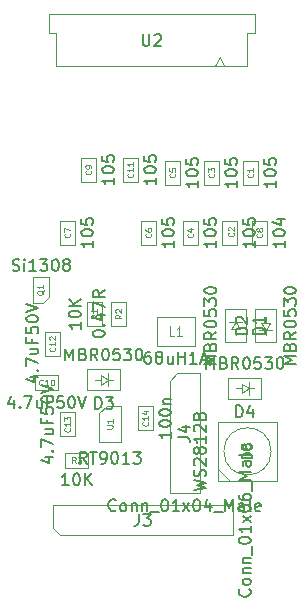
<source format=gbr>
%TF.GenerationSoftware,KiCad,Pcbnew,(5.1.10)-1*%
%TF.CreationDate,2021-11-28T18:03:10+01:00*%
%TF.ProjectId,M5StampC3,4d355374-616d-4704-9333-2e6b69636164,rev?*%
%TF.SameCoordinates,Original*%
%TF.FileFunction,Other,Fab,Top*%
%FSLAX46Y46*%
G04 Gerber Fmt 4.6, Leading zero omitted, Abs format (unit mm)*
G04 Created by KiCad (PCBNEW (5.1.10)-1) date 2021-11-28 18:03:10*
%MOMM*%
%LPD*%
G01*
G04 APERTURE LIST*
%ADD10C,0.100000*%
%ADD11C,0.150000*%
%ADD12C,0.075000*%
%ADD13C,0.080000*%
%ADD14C,0.120000*%
G04 APERTURE END LIST*
D10*
%TO.C,D5*%
X136603999Y-76454000D02*
G75*
G03*
X136603999Y-76454000I-2000000J0D01*
G01*
X137103999Y-78954000D02*
X137103999Y-73954000D01*
X132103999Y-78954000D02*
X137103999Y-78954000D01*
X132103999Y-73954000D02*
X132103999Y-78954000D01*
X137103999Y-73954000D02*
X132103999Y-73954000D01*
X133103999Y-78954000D02*
X132103999Y-77954000D01*
%TO.C,D4*%
X135766000Y-72020000D02*
X132966000Y-72020000D01*
X132966000Y-72020000D02*
X132966000Y-70220000D01*
X132966000Y-70220000D02*
X135766000Y-70220000D01*
X135766000Y-70220000D02*
X135766000Y-72020000D01*
X135116000Y-71120000D02*
X134716000Y-71120000D01*
X134716000Y-71120000D02*
X134716000Y-71670000D01*
X134716000Y-71120000D02*
X134716000Y-70570000D01*
X134716000Y-71120000D02*
X134116000Y-71520000D01*
X134116000Y-71520000D02*
X134116000Y-70720000D01*
X134116000Y-70720000D02*
X134716000Y-71120000D01*
X134116000Y-71120000D02*
X133616000Y-71120000D01*
%TO.C,J4*%
X128016000Y-70485000D02*
X128651000Y-69850000D01*
X128016000Y-80010000D02*
X128016000Y-70485000D01*
X130556000Y-80010000D02*
X128016000Y-80010000D01*
X130556000Y-69850000D02*
X130556000Y-80010000D01*
X128651000Y-69850000D02*
X130556000Y-69850000D01*
%TO.C,U1*%
X123856000Y-72598000D02*
X123856000Y-75698000D01*
X123856000Y-75698000D02*
X122056000Y-75698000D01*
X122056000Y-73248000D02*
X122056000Y-75698000D01*
X123856000Y-72598000D02*
X122706000Y-72598000D01*
X122056000Y-73248000D02*
X122706000Y-72598000D01*
%TO.C,R3*%
X121142000Y-77841000D02*
X119142000Y-77841000D01*
X121142000Y-76591000D02*
X121142000Y-77841000D01*
X119142000Y-76591000D02*
X121142000Y-76591000D01*
X119142000Y-77841000D02*
X119142000Y-76591000D01*
%TO.C,C14*%
X126609000Y-72660000D02*
X126609000Y-74660000D01*
X125359000Y-72660000D02*
X126609000Y-72660000D01*
X125359000Y-74660000D02*
X125359000Y-72660000D01*
X126609000Y-74660000D02*
X125359000Y-74660000D01*
%TO.C,C13*%
X118755000Y-75168000D02*
X118755000Y-73168000D01*
X120005000Y-75168000D02*
X118755000Y-75168000D01*
X120005000Y-73168000D02*
X120005000Y-75168000D01*
X118755000Y-73168000D02*
X120005000Y-73168000D01*
%TO.C,J3*%
X118110000Y-82931000D02*
X118110000Y-81026000D01*
X118110000Y-81026000D02*
X133350000Y-81026000D01*
X133350000Y-81026000D02*
X133350000Y-83566000D01*
X133350000Y-83566000D02*
X118745000Y-83566000D01*
X118745000Y-83566000D02*
X118110000Y-82931000D01*
%TO.C,U2*%
X132242000Y-43070000D02*
X131842000Y-43870000D01*
X132642000Y-43870000D02*
X132242000Y-43070000D01*
X134552000Y-41070000D02*
X134552000Y-43870000D01*
X135207000Y-41070000D02*
X134552000Y-41070000D01*
X135207000Y-39470000D02*
X135207000Y-41070000D01*
X117777000Y-39470000D02*
X135207000Y-39470000D01*
X117777000Y-41070000D02*
X117777000Y-39470000D01*
X118432000Y-41070000D02*
X117777000Y-41070000D01*
X118432000Y-43870000D02*
X118432000Y-41070000D01*
X134552000Y-43870000D02*
X118432000Y-43870000D01*
%TO.C,L1*%
X130124000Y-67544000D02*
X126924000Y-67544000D01*
X130124000Y-65044000D02*
X130124000Y-67544000D01*
X126924000Y-65044000D02*
X130124000Y-65044000D01*
X126924000Y-67544000D02*
X126924000Y-65044000D01*
%TO.C,Q1*%
X117274000Y-63878000D02*
X117774000Y-63378000D01*
X116424000Y-61678000D02*
X117774000Y-61678000D01*
X116424000Y-63878000D02*
X116424000Y-61678000D01*
X117774000Y-63378000D02*
X117774000Y-61678000D01*
X116424000Y-63878000D02*
X117274000Y-63878000D01*
%TO.C,R2*%
X123073000Y-65810000D02*
X123073000Y-63810000D01*
X124323000Y-65810000D02*
X123073000Y-65810000D01*
X124323000Y-63810000D02*
X124323000Y-65810000D01*
X123073000Y-63810000D02*
X124323000Y-63810000D01*
%TO.C,R1*%
X121041000Y-65810000D02*
X121041000Y-63810000D01*
X122291000Y-65810000D02*
X121041000Y-65810000D01*
X122291000Y-63810000D02*
X122291000Y-65810000D01*
X121041000Y-63810000D02*
X122291000Y-63810000D01*
%TO.C,D1*%
X134504000Y-64426000D02*
X134504000Y-67226000D01*
X134504000Y-67226000D02*
X132704000Y-67226000D01*
X132704000Y-67226000D02*
X132704000Y-64426000D01*
X132704000Y-64426000D02*
X134504000Y-64426000D01*
X133604000Y-65076000D02*
X133604000Y-65476000D01*
X133604000Y-65476000D02*
X134154000Y-65476000D01*
X133604000Y-65476000D02*
X133054000Y-65476000D01*
X133604000Y-65476000D02*
X134004000Y-66076000D01*
X134004000Y-66076000D02*
X133204000Y-66076000D01*
X133204000Y-66076000D02*
X133604000Y-65476000D01*
X133604000Y-66076000D02*
X133604000Y-66576000D01*
%TO.C,D2*%
X135244000Y-67226000D02*
X135244000Y-64426000D01*
X135244000Y-64426000D02*
X137044000Y-64426000D01*
X137044000Y-64426000D02*
X137044000Y-67226000D01*
X137044000Y-67226000D02*
X135244000Y-67226000D01*
X136144000Y-66576000D02*
X136144000Y-66176000D01*
X136144000Y-66176000D02*
X135594000Y-66176000D01*
X136144000Y-66176000D02*
X136694000Y-66176000D01*
X136144000Y-66176000D02*
X135744000Y-65576000D01*
X135744000Y-65576000D02*
X136544000Y-65576000D01*
X136544000Y-65576000D02*
X136144000Y-66176000D01*
X136144000Y-65576000D02*
X136144000Y-65076000D01*
%TO.C,D3*%
X123828000Y-71298000D02*
X121028000Y-71298000D01*
X121028000Y-71298000D02*
X121028000Y-69498000D01*
X121028000Y-69498000D02*
X123828000Y-69498000D01*
X123828000Y-69498000D02*
X123828000Y-71298000D01*
X123178000Y-70398000D02*
X122778000Y-70398000D01*
X122778000Y-70398000D02*
X122778000Y-70948000D01*
X122778000Y-70398000D02*
X122778000Y-69848000D01*
X122778000Y-70398000D02*
X122178000Y-70798000D01*
X122178000Y-70798000D02*
X122178000Y-69998000D01*
X122178000Y-69998000D02*
X122778000Y-70398000D01*
X122178000Y-70398000D02*
X121678000Y-70398000D01*
%TO.C,C12*%
X117485000Y-68350000D02*
X117485000Y-66350000D01*
X118735000Y-68350000D02*
X117485000Y-68350000D01*
X118735000Y-66350000D02*
X118735000Y-68350000D01*
X117485000Y-66350000D02*
X118735000Y-66350000D01*
%TO.C,C9*%
X121783000Y-51618000D02*
X121783000Y-53618000D01*
X120533000Y-51618000D02*
X121783000Y-51618000D01*
X120533000Y-53618000D02*
X120533000Y-51618000D01*
X121783000Y-53618000D02*
X120533000Y-53618000D01*
%TO.C,C6*%
X126863000Y-56952000D02*
X126863000Y-58952000D01*
X125613000Y-56952000D02*
X126863000Y-56952000D01*
X125613000Y-58952000D02*
X125613000Y-56952000D01*
X126863000Y-58952000D02*
X125613000Y-58952000D01*
%TO.C,C4*%
X130419000Y-56952000D02*
X130419000Y-58952000D01*
X129169000Y-56952000D02*
X130419000Y-56952000D01*
X129169000Y-58952000D02*
X129169000Y-56952000D01*
X130419000Y-58952000D02*
X129169000Y-58952000D01*
%TO.C,C2*%
X133721000Y-56952000D02*
X133721000Y-58952000D01*
X132471000Y-56952000D02*
X133721000Y-56952000D01*
X132471000Y-58952000D02*
X132471000Y-56952000D01*
X133721000Y-58952000D02*
X132471000Y-58952000D01*
%TO.C,C10*%
X118602000Y-71277000D02*
X116602000Y-71277000D01*
X118602000Y-70027000D02*
X118602000Y-71277000D01*
X116602000Y-70027000D02*
X118602000Y-70027000D01*
X116602000Y-71277000D02*
X116602000Y-70027000D01*
%TO.C,C7*%
X120005000Y-56952000D02*
X120005000Y-58952000D01*
X118755000Y-56952000D02*
X120005000Y-56952000D01*
X118755000Y-58952000D02*
X118755000Y-56952000D01*
X120005000Y-58952000D02*
X118755000Y-58952000D01*
%TO.C,C8*%
X136261000Y-56952000D02*
X136261000Y-58952000D01*
X135011000Y-56952000D02*
X136261000Y-56952000D01*
X135011000Y-58952000D02*
X135011000Y-56952000D01*
X136261000Y-58952000D02*
X135011000Y-58952000D01*
%TO.C,C11*%
X125339000Y-51618000D02*
X125339000Y-53618000D01*
X124089000Y-51618000D02*
X125339000Y-51618000D01*
X124089000Y-53618000D02*
X124089000Y-51618000D01*
X125339000Y-53618000D02*
X124089000Y-53618000D01*
%TO.C,C5*%
X128895000Y-51872000D02*
X128895000Y-53872000D01*
X127645000Y-51872000D02*
X128895000Y-51872000D01*
X127645000Y-53872000D02*
X127645000Y-51872000D01*
X128895000Y-53872000D02*
X127645000Y-53872000D01*
%TO.C,C3*%
X132197000Y-51872000D02*
X132197000Y-53872000D01*
X130947000Y-51872000D02*
X132197000Y-51872000D01*
X130947000Y-53872000D02*
X130947000Y-51872000D01*
X132197000Y-53872000D02*
X130947000Y-53872000D01*
%TO.C,C1*%
X135499000Y-51872000D02*
X135499000Y-53872000D01*
X134249000Y-51872000D02*
X135499000Y-51872000D01*
X134249000Y-53872000D02*
X134249000Y-51872000D01*
X135499000Y-53872000D02*
X134249000Y-53872000D01*
%TD*%
%TO.C,D5*%
D11*
X130056379Y-79763523D02*
X131056379Y-79525428D01*
X130342094Y-79334952D01*
X131056379Y-79144476D01*
X130056379Y-78906380D01*
X131008760Y-78573047D02*
X131056379Y-78430190D01*
X131056379Y-78192095D01*
X131008760Y-78096857D01*
X130961141Y-78049238D01*
X130865903Y-78001619D01*
X130770665Y-78001619D01*
X130675427Y-78049238D01*
X130627808Y-78096857D01*
X130580189Y-78192095D01*
X130532570Y-78382571D01*
X130484951Y-78477809D01*
X130437332Y-78525428D01*
X130342094Y-78573047D01*
X130246856Y-78573047D01*
X130151618Y-78525428D01*
X130103999Y-78477809D01*
X130056379Y-78382571D01*
X130056379Y-78144476D01*
X130103999Y-78001619D01*
X130151618Y-77620666D02*
X130103999Y-77573047D01*
X130056379Y-77477809D01*
X130056379Y-77239714D01*
X130103999Y-77144476D01*
X130151618Y-77096857D01*
X130246856Y-77049238D01*
X130342094Y-77049238D01*
X130484951Y-77096857D01*
X131056379Y-77668285D01*
X131056379Y-77049238D01*
X130484951Y-76477809D02*
X130437332Y-76573047D01*
X130389713Y-76620666D01*
X130294475Y-76668285D01*
X130246856Y-76668285D01*
X130151618Y-76620666D01*
X130103999Y-76573047D01*
X130056379Y-76477809D01*
X130056379Y-76287333D01*
X130103999Y-76192095D01*
X130151618Y-76144476D01*
X130246856Y-76096857D01*
X130294475Y-76096857D01*
X130389713Y-76144476D01*
X130437332Y-76192095D01*
X130484951Y-76287333D01*
X130484951Y-76477809D01*
X130532570Y-76573047D01*
X130580189Y-76620666D01*
X130675427Y-76668285D01*
X130865903Y-76668285D01*
X130961141Y-76620666D01*
X131008760Y-76573047D01*
X131056379Y-76477809D01*
X131056379Y-76287333D01*
X131008760Y-76192095D01*
X130961141Y-76144476D01*
X130865903Y-76096857D01*
X130675427Y-76096857D01*
X130580189Y-76144476D01*
X130532570Y-76192095D01*
X130484951Y-76287333D01*
X131056379Y-75144476D02*
X131056379Y-75715904D01*
X131056379Y-75430190D02*
X130056379Y-75430190D01*
X130199237Y-75525428D01*
X130294475Y-75620666D01*
X130342094Y-75715904D01*
X130151618Y-74763523D02*
X130103999Y-74715904D01*
X130056379Y-74620666D01*
X130056379Y-74382571D01*
X130103999Y-74287333D01*
X130151618Y-74239714D01*
X130246856Y-74192095D01*
X130342094Y-74192095D01*
X130484951Y-74239714D01*
X131056379Y-74811142D01*
X131056379Y-74192095D01*
X130532570Y-73430190D02*
X130580189Y-73287333D01*
X130627808Y-73239714D01*
X130723046Y-73192095D01*
X130865903Y-73192095D01*
X130961141Y-73239714D01*
X131008760Y-73287333D01*
X131056379Y-73382571D01*
X131056379Y-73763523D01*
X130056379Y-73763523D01*
X130056379Y-73430190D01*
X130103999Y-73334952D01*
X130151618Y-73287333D01*
X130246856Y-73239714D01*
X130342094Y-73239714D01*
X130437332Y-73287333D01*
X130484951Y-73334952D01*
X130532570Y-73430190D01*
X130532570Y-73763523D01*
X134965903Y-77044476D02*
X134165903Y-77044476D01*
X134165903Y-76854000D01*
X134203999Y-76739714D01*
X134280189Y-76663523D01*
X134356379Y-76625428D01*
X134508760Y-76587333D01*
X134623046Y-76587333D01*
X134775427Y-76625428D01*
X134851618Y-76663523D01*
X134927808Y-76739714D01*
X134965903Y-76854000D01*
X134965903Y-77044476D01*
X134165903Y-75863523D02*
X134165903Y-76244476D01*
X134546856Y-76282571D01*
X134508760Y-76244476D01*
X134470665Y-76168285D01*
X134470665Y-75977809D01*
X134508760Y-75901619D01*
X134546856Y-75863523D01*
X134623046Y-75825428D01*
X134813522Y-75825428D01*
X134889713Y-75863523D01*
X134927808Y-75901619D01*
X134965903Y-75977809D01*
X134965903Y-76168285D01*
X134927808Y-76244476D01*
X134889713Y-76282571D01*
%TO.C,D4*%
X131127904Y-69472380D02*
X131127904Y-68472380D01*
X131461238Y-69186666D01*
X131794571Y-68472380D01*
X131794571Y-69472380D01*
X132604095Y-68948571D02*
X132746952Y-68996190D01*
X132794571Y-69043809D01*
X132842190Y-69139047D01*
X132842190Y-69281904D01*
X132794571Y-69377142D01*
X132746952Y-69424761D01*
X132651714Y-69472380D01*
X132270761Y-69472380D01*
X132270761Y-68472380D01*
X132604095Y-68472380D01*
X132699333Y-68520000D01*
X132746952Y-68567619D01*
X132794571Y-68662857D01*
X132794571Y-68758095D01*
X132746952Y-68853333D01*
X132699333Y-68900952D01*
X132604095Y-68948571D01*
X132270761Y-68948571D01*
X133842190Y-69472380D02*
X133508857Y-68996190D01*
X133270761Y-69472380D02*
X133270761Y-68472380D01*
X133651714Y-68472380D01*
X133746952Y-68520000D01*
X133794571Y-68567619D01*
X133842190Y-68662857D01*
X133842190Y-68805714D01*
X133794571Y-68900952D01*
X133746952Y-68948571D01*
X133651714Y-68996190D01*
X133270761Y-68996190D01*
X134461238Y-68472380D02*
X134556476Y-68472380D01*
X134651714Y-68520000D01*
X134699333Y-68567619D01*
X134746952Y-68662857D01*
X134794571Y-68853333D01*
X134794571Y-69091428D01*
X134746952Y-69281904D01*
X134699333Y-69377142D01*
X134651714Y-69424761D01*
X134556476Y-69472380D01*
X134461238Y-69472380D01*
X134366000Y-69424761D01*
X134318380Y-69377142D01*
X134270761Y-69281904D01*
X134223142Y-69091428D01*
X134223142Y-68853333D01*
X134270761Y-68662857D01*
X134318380Y-68567619D01*
X134366000Y-68520000D01*
X134461238Y-68472380D01*
X135699333Y-68472380D02*
X135223142Y-68472380D01*
X135175523Y-68948571D01*
X135223142Y-68900952D01*
X135318380Y-68853333D01*
X135556476Y-68853333D01*
X135651714Y-68900952D01*
X135699333Y-68948571D01*
X135746952Y-69043809D01*
X135746952Y-69281904D01*
X135699333Y-69377142D01*
X135651714Y-69424761D01*
X135556476Y-69472380D01*
X135318380Y-69472380D01*
X135223142Y-69424761D01*
X135175523Y-69377142D01*
X136080285Y-68472380D02*
X136699333Y-68472380D01*
X136366000Y-68853333D01*
X136508857Y-68853333D01*
X136604095Y-68900952D01*
X136651714Y-68948571D01*
X136699333Y-69043809D01*
X136699333Y-69281904D01*
X136651714Y-69377142D01*
X136604095Y-69424761D01*
X136508857Y-69472380D01*
X136223142Y-69472380D01*
X136127904Y-69424761D01*
X136080285Y-69377142D01*
X137318380Y-68472380D02*
X137413619Y-68472380D01*
X137508857Y-68520000D01*
X137556476Y-68567619D01*
X137604095Y-68662857D01*
X137651714Y-68853333D01*
X137651714Y-69091428D01*
X137604095Y-69281904D01*
X137556476Y-69377142D01*
X137508857Y-69424761D01*
X137413619Y-69472380D01*
X137318380Y-69472380D01*
X137223142Y-69424761D01*
X137175523Y-69377142D01*
X137127904Y-69281904D01*
X137080285Y-69091428D01*
X137080285Y-68853333D01*
X137127904Y-68662857D01*
X137175523Y-68567619D01*
X137223142Y-68520000D01*
X137318380Y-68472380D01*
X133627904Y-73572380D02*
X133627904Y-72572380D01*
X133866000Y-72572380D01*
X134008857Y-72620000D01*
X134104095Y-72715238D01*
X134151714Y-72810476D01*
X134199333Y-73000952D01*
X134199333Y-73143809D01*
X134151714Y-73334285D01*
X134104095Y-73429523D01*
X134008857Y-73524761D01*
X133866000Y-73572380D01*
X133627904Y-73572380D01*
X135056476Y-72905714D02*
X135056476Y-73572380D01*
X134818380Y-72524761D02*
X134580285Y-73239047D01*
X135199333Y-73239047D01*
%TO.C,J4*%
X123452666Y-81427142D02*
X123405047Y-81474761D01*
X123262190Y-81522380D01*
X123166952Y-81522380D01*
X123024095Y-81474761D01*
X122928857Y-81379523D01*
X122881238Y-81284285D01*
X122833619Y-81093809D01*
X122833619Y-80950952D01*
X122881238Y-80760476D01*
X122928857Y-80665238D01*
X123024095Y-80570000D01*
X123166952Y-80522380D01*
X123262190Y-80522380D01*
X123405047Y-80570000D01*
X123452666Y-80617619D01*
X124024095Y-81522380D02*
X123928857Y-81474761D01*
X123881238Y-81427142D01*
X123833619Y-81331904D01*
X123833619Y-81046190D01*
X123881238Y-80950952D01*
X123928857Y-80903333D01*
X124024095Y-80855714D01*
X124166952Y-80855714D01*
X124262190Y-80903333D01*
X124309809Y-80950952D01*
X124357428Y-81046190D01*
X124357428Y-81331904D01*
X124309809Y-81427142D01*
X124262190Y-81474761D01*
X124166952Y-81522380D01*
X124024095Y-81522380D01*
X124786000Y-80855714D02*
X124786000Y-81522380D01*
X124786000Y-80950952D02*
X124833619Y-80903333D01*
X124928857Y-80855714D01*
X125071714Y-80855714D01*
X125166952Y-80903333D01*
X125214571Y-80998571D01*
X125214571Y-81522380D01*
X125690761Y-80855714D02*
X125690761Y-81522380D01*
X125690761Y-80950952D02*
X125738380Y-80903333D01*
X125833619Y-80855714D01*
X125976476Y-80855714D01*
X126071714Y-80903333D01*
X126119333Y-80998571D01*
X126119333Y-81522380D01*
X126357428Y-81617619D02*
X127119333Y-81617619D01*
X127547904Y-80522380D02*
X127643142Y-80522380D01*
X127738380Y-80570000D01*
X127786000Y-80617619D01*
X127833619Y-80712857D01*
X127881238Y-80903333D01*
X127881238Y-81141428D01*
X127833619Y-81331904D01*
X127786000Y-81427142D01*
X127738380Y-81474761D01*
X127643142Y-81522380D01*
X127547904Y-81522380D01*
X127452666Y-81474761D01*
X127405047Y-81427142D01*
X127357428Y-81331904D01*
X127309809Y-81141428D01*
X127309809Y-80903333D01*
X127357428Y-80712857D01*
X127405047Y-80617619D01*
X127452666Y-80570000D01*
X127547904Y-80522380D01*
X128833619Y-81522380D02*
X128262190Y-81522380D01*
X128547904Y-81522380D02*
X128547904Y-80522380D01*
X128452666Y-80665238D01*
X128357428Y-80760476D01*
X128262190Y-80808095D01*
X129166952Y-81522380D02*
X129690761Y-80855714D01*
X129166952Y-80855714D02*
X129690761Y-81522380D01*
X130262190Y-80522380D02*
X130357428Y-80522380D01*
X130452666Y-80570000D01*
X130500285Y-80617619D01*
X130547904Y-80712857D01*
X130595523Y-80903333D01*
X130595523Y-81141428D01*
X130547904Y-81331904D01*
X130500285Y-81427142D01*
X130452666Y-81474761D01*
X130357428Y-81522380D01*
X130262190Y-81522380D01*
X130166952Y-81474761D01*
X130119333Y-81427142D01*
X130071714Y-81331904D01*
X130024095Y-81141428D01*
X130024095Y-80903333D01*
X130071714Y-80712857D01*
X130119333Y-80617619D01*
X130166952Y-80570000D01*
X130262190Y-80522380D01*
X131452666Y-80855714D02*
X131452666Y-81522380D01*
X131214571Y-80474761D02*
X130976476Y-81189047D01*
X131595523Y-81189047D01*
X131738380Y-81617619D02*
X132500285Y-81617619D01*
X132738380Y-81522380D02*
X132738380Y-80522380D01*
X133071714Y-81236666D01*
X133405047Y-80522380D01*
X133405047Y-81522380D01*
X134309809Y-81522380D02*
X134309809Y-80998571D01*
X134262190Y-80903333D01*
X134166952Y-80855714D01*
X133976476Y-80855714D01*
X133881238Y-80903333D01*
X134309809Y-81474761D02*
X134214571Y-81522380D01*
X133976476Y-81522380D01*
X133881238Y-81474761D01*
X133833619Y-81379523D01*
X133833619Y-81284285D01*
X133881238Y-81189047D01*
X133976476Y-81141428D01*
X134214571Y-81141428D01*
X134309809Y-81093809D01*
X134928857Y-81522380D02*
X134833619Y-81474761D01*
X134786000Y-81379523D01*
X134786000Y-80522380D01*
X135690761Y-81474761D02*
X135595523Y-81522380D01*
X135405047Y-81522380D01*
X135309809Y-81474761D01*
X135262190Y-81379523D01*
X135262190Y-80998571D01*
X135309809Y-80903333D01*
X135405047Y-80855714D01*
X135595523Y-80855714D01*
X135690761Y-80903333D01*
X135738380Y-80998571D01*
X135738380Y-81093809D01*
X135262190Y-81189047D01*
X128738380Y-75263333D02*
X129452666Y-75263333D01*
X129595523Y-75310952D01*
X129690761Y-75406190D01*
X129738380Y-75549047D01*
X129738380Y-75644285D01*
X129071714Y-74358571D02*
X129738380Y-74358571D01*
X128690761Y-74596666D02*
X129405047Y-74834761D01*
X129405047Y-74215714D01*
%TO.C,U1*%
X120979809Y-77500380D02*
X120646476Y-77024190D01*
X120408380Y-77500380D02*
X120408380Y-76500380D01*
X120789333Y-76500380D01*
X120884571Y-76548000D01*
X120932190Y-76595619D01*
X120979809Y-76690857D01*
X120979809Y-76833714D01*
X120932190Y-76928952D01*
X120884571Y-76976571D01*
X120789333Y-77024190D01*
X120408380Y-77024190D01*
X121265523Y-76500380D02*
X121836952Y-76500380D01*
X121551238Y-77500380D02*
X121551238Y-76500380D01*
X122217904Y-77500380D02*
X122408380Y-77500380D01*
X122503619Y-77452761D01*
X122551238Y-77405142D01*
X122646476Y-77262285D01*
X122694095Y-77071809D01*
X122694095Y-76690857D01*
X122646476Y-76595619D01*
X122598857Y-76548000D01*
X122503619Y-76500380D01*
X122313142Y-76500380D01*
X122217904Y-76548000D01*
X122170285Y-76595619D01*
X122122666Y-76690857D01*
X122122666Y-76928952D01*
X122170285Y-77024190D01*
X122217904Y-77071809D01*
X122313142Y-77119428D01*
X122503619Y-77119428D01*
X122598857Y-77071809D01*
X122646476Y-77024190D01*
X122694095Y-76928952D01*
X123313142Y-76500380D02*
X123408380Y-76500380D01*
X123503619Y-76548000D01*
X123551238Y-76595619D01*
X123598857Y-76690857D01*
X123646476Y-76881333D01*
X123646476Y-77119428D01*
X123598857Y-77309904D01*
X123551238Y-77405142D01*
X123503619Y-77452761D01*
X123408380Y-77500380D01*
X123313142Y-77500380D01*
X123217904Y-77452761D01*
X123170285Y-77405142D01*
X123122666Y-77309904D01*
X123075047Y-77119428D01*
X123075047Y-76881333D01*
X123122666Y-76690857D01*
X123170285Y-76595619D01*
X123217904Y-76548000D01*
X123313142Y-76500380D01*
X124598857Y-77500380D02*
X124027428Y-77500380D01*
X124313142Y-77500380D02*
X124313142Y-76500380D01*
X124217904Y-76643238D01*
X124122666Y-76738476D01*
X124027428Y-76786095D01*
X124932190Y-76500380D02*
X125551238Y-76500380D01*
X125217904Y-76881333D01*
X125360761Y-76881333D01*
X125456000Y-76928952D01*
X125503619Y-76976571D01*
X125551238Y-77071809D01*
X125551238Y-77309904D01*
X125503619Y-77405142D01*
X125456000Y-77452761D01*
X125360761Y-77500380D01*
X125075047Y-77500380D01*
X124979809Y-77452761D01*
X124932190Y-77405142D01*
D12*
X122682190Y-74528952D02*
X123086952Y-74528952D01*
X123134571Y-74505142D01*
X123158380Y-74481333D01*
X123182190Y-74433714D01*
X123182190Y-74338476D01*
X123158380Y-74290857D01*
X123134571Y-74267047D01*
X123086952Y-74243238D01*
X122682190Y-74243238D01*
X123182190Y-73743238D02*
X123182190Y-74028952D01*
X123182190Y-73886095D02*
X122682190Y-73886095D01*
X122753619Y-73933714D01*
X122801238Y-73981333D01*
X122825047Y-74028952D01*
%TO.C,R3*%
D11*
X119451523Y-79318380D02*
X118880095Y-79318380D01*
X119165809Y-79318380D02*
X119165809Y-78318380D01*
X119070571Y-78461238D01*
X118975333Y-78556476D01*
X118880095Y-78604095D01*
X120070571Y-78318380D02*
X120165809Y-78318380D01*
X120261047Y-78366000D01*
X120308666Y-78413619D01*
X120356285Y-78508857D01*
X120403904Y-78699333D01*
X120403904Y-78937428D01*
X120356285Y-79127904D01*
X120308666Y-79223142D01*
X120261047Y-79270761D01*
X120165809Y-79318380D01*
X120070571Y-79318380D01*
X119975333Y-79270761D01*
X119927714Y-79223142D01*
X119880095Y-79127904D01*
X119832476Y-78937428D01*
X119832476Y-78699333D01*
X119880095Y-78508857D01*
X119927714Y-78413619D01*
X119975333Y-78366000D01*
X120070571Y-78318380D01*
X120832476Y-79318380D02*
X120832476Y-78318380D01*
X121403904Y-79318380D02*
X120975333Y-78746952D01*
X121403904Y-78318380D02*
X120832476Y-78889809D01*
D13*
X120058666Y-77442190D02*
X119892000Y-77204095D01*
X119772952Y-77442190D02*
X119772952Y-76942190D01*
X119963428Y-76942190D01*
X120011047Y-76966000D01*
X120034857Y-76989809D01*
X120058666Y-77037428D01*
X120058666Y-77108857D01*
X120034857Y-77156476D01*
X120011047Y-77180285D01*
X119963428Y-77204095D01*
X119772952Y-77204095D01*
X120225333Y-76942190D02*
X120534857Y-76942190D01*
X120368190Y-77132666D01*
X120439619Y-77132666D01*
X120487238Y-77156476D01*
X120511047Y-77180285D01*
X120534857Y-77227904D01*
X120534857Y-77346952D01*
X120511047Y-77394571D01*
X120487238Y-77418380D01*
X120439619Y-77442190D01*
X120296761Y-77442190D01*
X120249142Y-77418380D01*
X120225333Y-77394571D01*
%TO.C,C14*%
D11*
X128116380Y-74779047D02*
X128116380Y-75350476D01*
X128116380Y-75064761D02*
X127116380Y-75064761D01*
X127259238Y-75160000D01*
X127354476Y-75255238D01*
X127402095Y-75350476D01*
X127116380Y-74160000D02*
X127116380Y-74064761D01*
X127164000Y-73969523D01*
X127211619Y-73921904D01*
X127306857Y-73874285D01*
X127497333Y-73826666D01*
X127735428Y-73826666D01*
X127925904Y-73874285D01*
X128021142Y-73921904D01*
X128068761Y-73969523D01*
X128116380Y-74064761D01*
X128116380Y-74160000D01*
X128068761Y-74255238D01*
X128021142Y-74302857D01*
X127925904Y-74350476D01*
X127735428Y-74398095D01*
X127497333Y-74398095D01*
X127306857Y-74350476D01*
X127211619Y-74302857D01*
X127164000Y-74255238D01*
X127116380Y-74160000D01*
X127116380Y-73207619D02*
X127116380Y-73112380D01*
X127164000Y-73017142D01*
X127211619Y-72969523D01*
X127306857Y-72921904D01*
X127497333Y-72874285D01*
X127735428Y-72874285D01*
X127925904Y-72921904D01*
X128021142Y-72969523D01*
X128068761Y-73017142D01*
X128116380Y-73112380D01*
X128116380Y-73207619D01*
X128068761Y-73302857D01*
X128021142Y-73350476D01*
X127925904Y-73398095D01*
X127735428Y-73445714D01*
X127497333Y-73445714D01*
X127306857Y-73398095D01*
X127211619Y-73350476D01*
X127164000Y-73302857D01*
X127116380Y-73207619D01*
X127449714Y-72445714D02*
X128116380Y-72445714D01*
X127544952Y-72445714D02*
X127497333Y-72398095D01*
X127449714Y-72302857D01*
X127449714Y-72160000D01*
X127497333Y-72064761D01*
X127592571Y-72017142D01*
X128116380Y-72017142D01*
D13*
X126162571Y-73981428D02*
X126186380Y-74005238D01*
X126210190Y-74076666D01*
X126210190Y-74124285D01*
X126186380Y-74195714D01*
X126138761Y-74243333D01*
X126091142Y-74267142D01*
X125995904Y-74290952D01*
X125924476Y-74290952D01*
X125829238Y-74267142D01*
X125781619Y-74243333D01*
X125734000Y-74195714D01*
X125710190Y-74124285D01*
X125710190Y-74076666D01*
X125734000Y-74005238D01*
X125757809Y-73981428D01*
X126210190Y-73505238D02*
X126210190Y-73790952D01*
X126210190Y-73648095D02*
X125710190Y-73648095D01*
X125781619Y-73695714D01*
X125829238Y-73743333D01*
X125853047Y-73790952D01*
X125876857Y-73076666D02*
X126210190Y-73076666D01*
X125686380Y-73195714D02*
X126043523Y-73314761D01*
X126043523Y-73005238D01*
%TO.C,C13*%
D11*
X117485714Y-76953714D02*
X118152380Y-76953714D01*
X117104761Y-77191809D02*
X117819047Y-77429904D01*
X117819047Y-76810857D01*
X118057142Y-76429904D02*
X118104761Y-76382285D01*
X118152380Y-76429904D01*
X118104761Y-76477523D01*
X118057142Y-76429904D01*
X118152380Y-76429904D01*
X117152380Y-76048952D02*
X117152380Y-75382285D01*
X118152380Y-75810857D01*
X117485714Y-74572761D02*
X118152380Y-74572761D01*
X117485714Y-75001333D02*
X118009523Y-75001333D01*
X118104761Y-74953714D01*
X118152380Y-74858476D01*
X118152380Y-74715619D01*
X118104761Y-74620380D01*
X118057142Y-74572761D01*
X117628571Y-73763238D02*
X117628571Y-74096571D01*
X118152380Y-74096571D02*
X117152380Y-74096571D01*
X117152380Y-73620380D01*
X117152380Y-72763238D02*
X117152380Y-73239428D01*
X117628571Y-73287047D01*
X117580952Y-73239428D01*
X117533333Y-73144190D01*
X117533333Y-72906095D01*
X117580952Y-72810857D01*
X117628571Y-72763238D01*
X117723809Y-72715619D01*
X117961904Y-72715619D01*
X118057142Y-72763238D01*
X118104761Y-72810857D01*
X118152380Y-72906095D01*
X118152380Y-73144190D01*
X118104761Y-73239428D01*
X118057142Y-73287047D01*
X117152380Y-72096571D02*
X117152380Y-72001333D01*
X117200000Y-71906095D01*
X117247619Y-71858476D01*
X117342857Y-71810857D01*
X117533333Y-71763238D01*
X117771428Y-71763238D01*
X117961904Y-71810857D01*
X118057142Y-71858476D01*
X118104761Y-71906095D01*
X118152380Y-72001333D01*
X118152380Y-72096571D01*
X118104761Y-72191809D01*
X118057142Y-72239428D01*
X117961904Y-72287047D01*
X117771428Y-72334666D01*
X117533333Y-72334666D01*
X117342857Y-72287047D01*
X117247619Y-72239428D01*
X117200000Y-72191809D01*
X117152380Y-72096571D01*
X117152380Y-71477523D02*
X118152380Y-71144190D01*
X117152380Y-70810857D01*
D13*
X119558571Y-74489428D02*
X119582380Y-74513238D01*
X119606190Y-74584666D01*
X119606190Y-74632285D01*
X119582380Y-74703714D01*
X119534761Y-74751333D01*
X119487142Y-74775142D01*
X119391904Y-74798952D01*
X119320476Y-74798952D01*
X119225238Y-74775142D01*
X119177619Y-74751333D01*
X119130000Y-74703714D01*
X119106190Y-74632285D01*
X119106190Y-74584666D01*
X119130000Y-74513238D01*
X119153809Y-74489428D01*
X119606190Y-74013238D02*
X119606190Y-74298952D01*
X119606190Y-74156095D02*
X119106190Y-74156095D01*
X119177619Y-74203714D01*
X119225238Y-74251333D01*
X119249047Y-74298952D01*
X119106190Y-73846571D02*
X119106190Y-73537047D01*
X119296666Y-73703714D01*
X119296666Y-73632285D01*
X119320476Y-73584666D01*
X119344285Y-73560857D01*
X119391904Y-73537047D01*
X119510952Y-73537047D01*
X119558571Y-73560857D01*
X119582380Y-73584666D01*
X119606190Y-73632285D01*
X119606190Y-73775142D01*
X119582380Y-73822761D01*
X119558571Y-73846571D01*
%TO.C,J3*%
D11*
X134767142Y-88129333D02*
X134814761Y-88176952D01*
X134862380Y-88319809D01*
X134862380Y-88415047D01*
X134814761Y-88557904D01*
X134719523Y-88653142D01*
X134624285Y-88700761D01*
X134433809Y-88748380D01*
X134290952Y-88748380D01*
X134100476Y-88700761D01*
X134005238Y-88653142D01*
X133910000Y-88557904D01*
X133862380Y-88415047D01*
X133862380Y-88319809D01*
X133910000Y-88176952D01*
X133957619Y-88129333D01*
X134862380Y-87557904D02*
X134814761Y-87653142D01*
X134767142Y-87700761D01*
X134671904Y-87748380D01*
X134386190Y-87748380D01*
X134290952Y-87700761D01*
X134243333Y-87653142D01*
X134195714Y-87557904D01*
X134195714Y-87415047D01*
X134243333Y-87319809D01*
X134290952Y-87272190D01*
X134386190Y-87224571D01*
X134671904Y-87224571D01*
X134767142Y-87272190D01*
X134814761Y-87319809D01*
X134862380Y-87415047D01*
X134862380Y-87557904D01*
X134195714Y-86796000D02*
X134862380Y-86796000D01*
X134290952Y-86796000D02*
X134243333Y-86748380D01*
X134195714Y-86653142D01*
X134195714Y-86510285D01*
X134243333Y-86415047D01*
X134338571Y-86367428D01*
X134862380Y-86367428D01*
X134195714Y-85891238D02*
X134862380Y-85891238D01*
X134290952Y-85891238D02*
X134243333Y-85843619D01*
X134195714Y-85748380D01*
X134195714Y-85605523D01*
X134243333Y-85510285D01*
X134338571Y-85462666D01*
X134862380Y-85462666D01*
X134957619Y-85224571D02*
X134957619Y-84462666D01*
X133862380Y-84034095D02*
X133862380Y-83938857D01*
X133910000Y-83843619D01*
X133957619Y-83796000D01*
X134052857Y-83748380D01*
X134243333Y-83700761D01*
X134481428Y-83700761D01*
X134671904Y-83748380D01*
X134767142Y-83796000D01*
X134814761Y-83843619D01*
X134862380Y-83938857D01*
X134862380Y-84034095D01*
X134814761Y-84129333D01*
X134767142Y-84176952D01*
X134671904Y-84224571D01*
X134481428Y-84272190D01*
X134243333Y-84272190D01*
X134052857Y-84224571D01*
X133957619Y-84176952D01*
X133910000Y-84129333D01*
X133862380Y-84034095D01*
X134862380Y-82748380D02*
X134862380Y-83319809D01*
X134862380Y-83034095D02*
X133862380Y-83034095D01*
X134005238Y-83129333D01*
X134100476Y-83224571D01*
X134148095Y-83319809D01*
X134862380Y-82415047D02*
X134195714Y-81891238D01*
X134195714Y-82415047D02*
X134862380Y-81891238D01*
X133862380Y-81319809D02*
X133862380Y-81224571D01*
X133910000Y-81129333D01*
X133957619Y-81081714D01*
X134052857Y-81034095D01*
X134243333Y-80986476D01*
X134481428Y-80986476D01*
X134671904Y-81034095D01*
X134767142Y-81081714D01*
X134814761Y-81129333D01*
X134862380Y-81224571D01*
X134862380Y-81319809D01*
X134814761Y-81415047D01*
X134767142Y-81462666D01*
X134671904Y-81510285D01*
X134481428Y-81557904D01*
X134243333Y-81557904D01*
X134052857Y-81510285D01*
X133957619Y-81462666D01*
X133910000Y-81415047D01*
X133862380Y-81319809D01*
X133862380Y-80129333D02*
X133862380Y-80319809D01*
X133910000Y-80415047D01*
X133957619Y-80462666D01*
X134100476Y-80557904D01*
X134290952Y-80605523D01*
X134671904Y-80605523D01*
X134767142Y-80557904D01*
X134814761Y-80510285D01*
X134862380Y-80415047D01*
X134862380Y-80224571D01*
X134814761Y-80129333D01*
X134767142Y-80081714D01*
X134671904Y-80034095D01*
X134433809Y-80034095D01*
X134338571Y-80081714D01*
X134290952Y-80129333D01*
X134243333Y-80224571D01*
X134243333Y-80415047D01*
X134290952Y-80510285D01*
X134338571Y-80557904D01*
X134433809Y-80605523D01*
X134957619Y-79843619D02*
X134957619Y-79081714D01*
X134862380Y-78843619D02*
X133862380Y-78843619D01*
X134576666Y-78510285D01*
X133862380Y-78176952D01*
X134862380Y-78176952D01*
X134862380Y-77272190D02*
X134338571Y-77272190D01*
X134243333Y-77319809D01*
X134195714Y-77415047D01*
X134195714Y-77605523D01*
X134243333Y-77700761D01*
X134814761Y-77272190D02*
X134862380Y-77367428D01*
X134862380Y-77605523D01*
X134814761Y-77700761D01*
X134719523Y-77748380D01*
X134624285Y-77748380D01*
X134529047Y-77700761D01*
X134481428Y-77605523D01*
X134481428Y-77367428D01*
X134433809Y-77272190D01*
X134862380Y-76653142D02*
X134814761Y-76748380D01*
X134719523Y-76796000D01*
X133862380Y-76796000D01*
X134814761Y-75891238D02*
X134862380Y-75986476D01*
X134862380Y-76176952D01*
X134814761Y-76272190D01*
X134719523Y-76319809D01*
X134338571Y-76319809D01*
X134243333Y-76272190D01*
X134195714Y-76176952D01*
X134195714Y-75986476D01*
X134243333Y-75891238D01*
X134338571Y-75843619D01*
X134433809Y-75843619D01*
X134529047Y-76319809D01*
X125396666Y-81748380D02*
X125396666Y-82462666D01*
X125349047Y-82605523D01*
X125253809Y-82700761D01*
X125110952Y-82748380D01*
X125015714Y-82748380D01*
X125777619Y-81748380D02*
X126396666Y-81748380D01*
X126063333Y-82129333D01*
X126206190Y-82129333D01*
X126301428Y-82176952D01*
X126349047Y-82224571D01*
X126396666Y-82319809D01*
X126396666Y-82557904D01*
X126349047Y-82653142D01*
X126301428Y-82700761D01*
X126206190Y-82748380D01*
X125920476Y-82748380D01*
X125825238Y-82700761D01*
X125777619Y-82653142D01*
%TO.C,U2*%
X125730095Y-41122380D02*
X125730095Y-41931904D01*
X125777714Y-42027142D01*
X125825333Y-42074761D01*
X125920571Y-42122380D01*
X126111047Y-42122380D01*
X126206285Y-42074761D01*
X126253904Y-42027142D01*
X126301523Y-41931904D01*
X126301523Y-41122380D01*
X126730095Y-41217619D02*
X126777714Y-41170000D01*
X126872952Y-41122380D01*
X127111047Y-41122380D01*
X127206285Y-41170000D01*
X127253904Y-41217619D01*
X127301523Y-41312857D01*
X127301523Y-41408095D01*
X127253904Y-41550952D01*
X126682476Y-42122380D01*
X127301523Y-42122380D01*
%TO.C,L1*%
X126357333Y-68026380D02*
X126166857Y-68026380D01*
X126071619Y-68074000D01*
X126024000Y-68121619D01*
X125928761Y-68264476D01*
X125881142Y-68454952D01*
X125881142Y-68835904D01*
X125928761Y-68931142D01*
X125976380Y-68978761D01*
X126071619Y-69026380D01*
X126262095Y-69026380D01*
X126357333Y-68978761D01*
X126404952Y-68931142D01*
X126452571Y-68835904D01*
X126452571Y-68597809D01*
X126404952Y-68502571D01*
X126357333Y-68454952D01*
X126262095Y-68407333D01*
X126071619Y-68407333D01*
X125976380Y-68454952D01*
X125928761Y-68502571D01*
X125881142Y-68597809D01*
X127024000Y-68454952D02*
X126928761Y-68407333D01*
X126881142Y-68359714D01*
X126833523Y-68264476D01*
X126833523Y-68216857D01*
X126881142Y-68121619D01*
X126928761Y-68074000D01*
X127024000Y-68026380D01*
X127214476Y-68026380D01*
X127309714Y-68074000D01*
X127357333Y-68121619D01*
X127404952Y-68216857D01*
X127404952Y-68264476D01*
X127357333Y-68359714D01*
X127309714Y-68407333D01*
X127214476Y-68454952D01*
X127024000Y-68454952D01*
X126928761Y-68502571D01*
X126881142Y-68550190D01*
X126833523Y-68645428D01*
X126833523Y-68835904D01*
X126881142Y-68931142D01*
X126928761Y-68978761D01*
X127024000Y-69026380D01*
X127214476Y-69026380D01*
X127309714Y-68978761D01*
X127357333Y-68931142D01*
X127404952Y-68835904D01*
X127404952Y-68645428D01*
X127357333Y-68550190D01*
X127309714Y-68502571D01*
X127214476Y-68454952D01*
X128262095Y-68359714D02*
X128262095Y-69026380D01*
X127833523Y-68359714D02*
X127833523Y-68883523D01*
X127881142Y-68978761D01*
X127976380Y-69026380D01*
X128119238Y-69026380D01*
X128214476Y-68978761D01*
X128262095Y-68931142D01*
X128738285Y-69026380D02*
X128738285Y-68026380D01*
X128738285Y-68502571D02*
X129309714Y-68502571D01*
X129309714Y-69026380D02*
X129309714Y-68026380D01*
X130309714Y-69026380D02*
X129738285Y-69026380D01*
X130024000Y-69026380D02*
X130024000Y-68026380D01*
X129928761Y-68169238D01*
X129833523Y-68264476D01*
X129738285Y-68312095D01*
X130690666Y-68740666D02*
X131166857Y-68740666D01*
X130595428Y-69026380D02*
X130928761Y-68026380D01*
X131262095Y-69026380D01*
D14*
X128390666Y-66655904D02*
X128009714Y-66655904D01*
X128009714Y-65855904D01*
X129076380Y-66655904D02*
X128619238Y-66655904D01*
X128847809Y-66655904D02*
X128847809Y-65855904D01*
X128771619Y-65970190D01*
X128695428Y-66046380D01*
X128619238Y-66084476D01*
%TO.C,Q1*%
D11*
X114715428Y-61132761D02*
X114858285Y-61180380D01*
X115096380Y-61180380D01*
X115191619Y-61132761D01*
X115239238Y-61085142D01*
X115286857Y-60989904D01*
X115286857Y-60894666D01*
X115239238Y-60799428D01*
X115191619Y-60751809D01*
X115096380Y-60704190D01*
X114905904Y-60656571D01*
X114810666Y-60608952D01*
X114763047Y-60561333D01*
X114715428Y-60466095D01*
X114715428Y-60370857D01*
X114763047Y-60275619D01*
X114810666Y-60228000D01*
X114905904Y-60180380D01*
X115144000Y-60180380D01*
X115286857Y-60228000D01*
X115715428Y-61180380D02*
X115715428Y-60513714D01*
X115715428Y-60180380D02*
X115667809Y-60228000D01*
X115715428Y-60275619D01*
X115763047Y-60228000D01*
X115715428Y-60180380D01*
X115715428Y-60275619D01*
X116715428Y-61180380D02*
X116144000Y-61180380D01*
X116429714Y-61180380D02*
X116429714Y-60180380D01*
X116334476Y-60323238D01*
X116239238Y-60418476D01*
X116144000Y-60466095D01*
X117048761Y-60180380D02*
X117667809Y-60180380D01*
X117334476Y-60561333D01*
X117477333Y-60561333D01*
X117572571Y-60608952D01*
X117620190Y-60656571D01*
X117667809Y-60751809D01*
X117667809Y-60989904D01*
X117620190Y-61085142D01*
X117572571Y-61132761D01*
X117477333Y-61180380D01*
X117191619Y-61180380D01*
X117096380Y-61132761D01*
X117048761Y-61085142D01*
X118286857Y-60180380D02*
X118382095Y-60180380D01*
X118477333Y-60228000D01*
X118524952Y-60275619D01*
X118572571Y-60370857D01*
X118620190Y-60561333D01*
X118620190Y-60799428D01*
X118572571Y-60989904D01*
X118524952Y-61085142D01*
X118477333Y-61132761D01*
X118382095Y-61180380D01*
X118286857Y-61180380D01*
X118191619Y-61132761D01*
X118144000Y-61085142D01*
X118096380Y-60989904D01*
X118048761Y-60799428D01*
X118048761Y-60561333D01*
X118096380Y-60370857D01*
X118144000Y-60275619D01*
X118191619Y-60228000D01*
X118286857Y-60180380D01*
X119191619Y-60608952D02*
X119096380Y-60561333D01*
X119048761Y-60513714D01*
X119001142Y-60418476D01*
X119001142Y-60370857D01*
X119048761Y-60275619D01*
X119096380Y-60228000D01*
X119191619Y-60180380D01*
X119382095Y-60180380D01*
X119477333Y-60228000D01*
X119524952Y-60275619D01*
X119572571Y-60370857D01*
X119572571Y-60418476D01*
X119524952Y-60513714D01*
X119477333Y-60561333D01*
X119382095Y-60608952D01*
X119191619Y-60608952D01*
X119096380Y-60656571D01*
X119048761Y-60704190D01*
X119001142Y-60799428D01*
X119001142Y-60989904D01*
X119048761Y-61085142D01*
X119096380Y-61132761D01*
X119191619Y-61180380D01*
X119382095Y-61180380D01*
X119477333Y-61132761D01*
X119524952Y-61085142D01*
X119572571Y-60989904D01*
X119572571Y-60799428D01*
X119524952Y-60704190D01*
X119477333Y-60656571D01*
X119382095Y-60608952D01*
D12*
X117367809Y-62825619D02*
X117344000Y-62873238D01*
X117296380Y-62920857D01*
X117224952Y-62992285D01*
X117201142Y-63039904D01*
X117201142Y-63087523D01*
X117320190Y-63063714D02*
X117296380Y-63111333D01*
X117248761Y-63158952D01*
X117153523Y-63182761D01*
X116986857Y-63182761D01*
X116891619Y-63158952D01*
X116844000Y-63111333D01*
X116820190Y-63063714D01*
X116820190Y-62968476D01*
X116844000Y-62920857D01*
X116891619Y-62873238D01*
X116986857Y-62849428D01*
X117153523Y-62849428D01*
X117248761Y-62873238D01*
X117296380Y-62920857D01*
X117320190Y-62968476D01*
X117320190Y-63063714D01*
X117320190Y-62373238D02*
X117320190Y-62658952D01*
X117320190Y-62516095D02*
X116820190Y-62516095D01*
X116891619Y-62563714D01*
X116939238Y-62611333D01*
X116963047Y-62658952D01*
%TO.C,R2*%
D11*
X121500380Y-66548095D02*
X121500380Y-66452857D01*
X121548000Y-66357619D01*
X121595619Y-66310000D01*
X121690857Y-66262380D01*
X121881333Y-66214761D01*
X122119428Y-66214761D01*
X122309904Y-66262380D01*
X122405142Y-66310000D01*
X122452761Y-66357619D01*
X122500380Y-66452857D01*
X122500380Y-66548095D01*
X122452761Y-66643333D01*
X122405142Y-66690952D01*
X122309904Y-66738571D01*
X122119428Y-66786190D01*
X121881333Y-66786190D01*
X121690857Y-66738571D01*
X121595619Y-66690952D01*
X121548000Y-66643333D01*
X121500380Y-66548095D01*
X122405142Y-65786190D02*
X122452761Y-65738571D01*
X122500380Y-65786190D01*
X122452761Y-65833809D01*
X122405142Y-65786190D01*
X122500380Y-65786190D01*
X121833714Y-64881428D02*
X122500380Y-64881428D01*
X121452761Y-65119523D02*
X122167047Y-65357619D01*
X122167047Y-64738571D01*
X121500380Y-64452857D02*
X121500380Y-63786190D01*
X122500380Y-64214761D01*
X122500380Y-62833809D02*
X122024190Y-63167142D01*
X122500380Y-63405238D02*
X121500380Y-63405238D01*
X121500380Y-63024285D01*
X121548000Y-62929047D01*
X121595619Y-62881428D01*
X121690857Y-62833809D01*
X121833714Y-62833809D01*
X121928952Y-62881428D01*
X121976571Y-62929047D01*
X122024190Y-63024285D01*
X122024190Y-63405238D01*
D13*
X123924190Y-64893333D02*
X123686095Y-65060000D01*
X123924190Y-65179047D02*
X123424190Y-65179047D01*
X123424190Y-64988571D01*
X123448000Y-64940952D01*
X123471809Y-64917142D01*
X123519428Y-64893333D01*
X123590857Y-64893333D01*
X123638476Y-64917142D01*
X123662285Y-64940952D01*
X123686095Y-64988571D01*
X123686095Y-65179047D01*
X123471809Y-64702857D02*
X123448000Y-64679047D01*
X123424190Y-64631428D01*
X123424190Y-64512380D01*
X123448000Y-64464761D01*
X123471809Y-64440952D01*
X123519428Y-64417142D01*
X123567047Y-64417142D01*
X123638476Y-64440952D01*
X123924190Y-64726666D01*
X123924190Y-64417142D01*
%TO.C,R1*%
D11*
X120468380Y-65500476D02*
X120468380Y-66071904D01*
X120468380Y-65786190D02*
X119468380Y-65786190D01*
X119611238Y-65881428D01*
X119706476Y-65976666D01*
X119754095Y-66071904D01*
X119468380Y-64881428D02*
X119468380Y-64786190D01*
X119516000Y-64690952D01*
X119563619Y-64643333D01*
X119658857Y-64595714D01*
X119849333Y-64548095D01*
X120087428Y-64548095D01*
X120277904Y-64595714D01*
X120373142Y-64643333D01*
X120420761Y-64690952D01*
X120468380Y-64786190D01*
X120468380Y-64881428D01*
X120420761Y-64976666D01*
X120373142Y-65024285D01*
X120277904Y-65071904D01*
X120087428Y-65119523D01*
X119849333Y-65119523D01*
X119658857Y-65071904D01*
X119563619Y-65024285D01*
X119516000Y-64976666D01*
X119468380Y-64881428D01*
X120468380Y-64119523D02*
X119468380Y-64119523D01*
X120468380Y-63548095D02*
X119896952Y-63976666D01*
X119468380Y-63548095D02*
X120039809Y-64119523D01*
D13*
X121892190Y-64893333D02*
X121654095Y-65060000D01*
X121892190Y-65179047D02*
X121392190Y-65179047D01*
X121392190Y-64988571D01*
X121416000Y-64940952D01*
X121439809Y-64917142D01*
X121487428Y-64893333D01*
X121558857Y-64893333D01*
X121606476Y-64917142D01*
X121630285Y-64940952D01*
X121654095Y-64988571D01*
X121654095Y-65179047D01*
X121892190Y-64417142D02*
X121892190Y-64702857D01*
X121892190Y-64560000D02*
X121392190Y-64560000D01*
X121463619Y-64607619D01*
X121511238Y-64655238D01*
X121535047Y-64702857D01*
%TO.C,D1*%
D11*
X131956380Y-69064095D02*
X130956380Y-69064095D01*
X131670666Y-68730761D01*
X130956380Y-68397428D01*
X131956380Y-68397428D01*
X131432571Y-67587904D02*
X131480190Y-67445047D01*
X131527809Y-67397428D01*
X131623047Y-67349809D01*
X131765904Y-67349809D01*
X131861142Y-67397428D01*
X131908761Y-67445047D01*
X131956380Y-67540285D01*
X131956380Y-67921238D01*
X130956380Y-67921238D01*
X130956380Y-67587904D01*
X131004000Y-67492666D01*
X131051619Y-67445047D01*
X131146857Y-67397428D01*
X131242095Y-67397428D01*
X131337333Y-67445047D01*
X131384952Y-67492666D01*
X131432571Y-67587904D01*
X131432571Y-67921238D01*
X131956380Y-66349809D02*
X131480190Y-66683142D01*
X131956380Y-66921238D02*
X130956380Y-66921238D01*
X130956380Y-66540285D01*
X131004000Y-66445047D01*
X131051619Y-66397428D01*
X131146857Y-66349809D01*
X131289714Y-66349809D01*
X131384952Y-66397428D01*
X131432571Y-66445047D01*
X131480190Y-66540285D01*
X131480190Y-66921238D01*
X130956380Y-65730761D02*
X130956380Y-65635523D01*
X131004000Y-65540285D01*
X131051619Y-65492666D01*
X131146857Y-65445047D01*
X131337333Y-65397428D01*
X131575428Y-65397428D01*
X131765904Y-65445047D01*
X131861142Y-65492666D01*
X131908761Y-65540285D01*
X131956380Y-65635523D01*
X131956380Y-65730761D01*
X131908761Y-65826000D01*
X131861142Y-65873619D01*
X131765904Y-65921238D01*
X131575428Y-65968857D01*
X131337333Y-65968857D01*
X131146857Y-65921238D01*
X131051619Y-65873619D01*
X131004000Y-65826000D01*
X130956380Y-65730761D01*
X130956380Y-64492666D02*
X130956380Y-64968857D01*
X131432571Y-65016476D01*
X131384952Y-64968857D01*
X131337333Y-64873619D01*
X131337333Y-64635523D01*
X131384952Y-64540285D01*
X131432571Y-64492666D01*
X131527809Y-64445047D01*
X131765904Y-64445047D01*
X131861142Y-64492666D01*
X131908761Y-64540285D01*
X131956380Y-64635523D01*
X131956380Y-64873619D01*
X131908761Y-64968857D01*
X131861142Y-65016476D01*
X130956380Y-64111714D02*
X130956380Y-63492666D01*
X131337333Y-63826000D01*
X131337333Y-63683142D01*
X131384952Y-63587904D01*
X131432571Y-63540285D01*
X131527809Y-63492666D01*
X131765904Y-63492666D01*
X131861142Y-63540285D01*
X131908761Y-63587904D01*
X131956380Y-63683142D01*
X131956380Y-63968857D01*
X131908761Y-64064095D01*
X131861142Y-64111714D01*
X130956380Y-62873619D02*
X130956380Y-62778380D01*
X131004000Y-62683142D01*
X131051619Y-62635523D01*
X131146857Y-62587904D01*
X131337333Y-62540285D01*
X131575428Y-62540285D01*
X131765904Y-62587904D01*
X131861142Y-62635523D01*
X131908761Y-62683142D01*
X131956380Y-62778380D01*
X131956380Y-62873619D01*
X131908761Y-62968857D01*
X131861142Y-63016476D01*
X131765904Y-63064095D01*
X131575428Y-63111714D01*
X131337333Y-63111714D01*
X131146857Y-63064095D01*
X131051619Y-63016476D01*
X131004000Y-62968857D01*
X130956380Y-62873619D01*
X136056380Y-66564095D02*
X135056380Y-66564095D01*
X135056380Y-66326000D01*
X135104000Y-66183142D01*
X135199238Y-66087904D01*
X135294476Y-66040285D01*
X135484952Y-65992666D01*
X135627809Y-65992666D01*
X135818285Y-66040285D01*
X135913523Y-66087904D01*
X136008761Y-66183142D01*
X136056380Y-66326000D01*
X136056380Y-66564095D01*
X136056380Y-65040285D02*
X136056380Y-65611714D01*
X136056380Y-65326000D02*
X135056380Y-65326000D01*
X135199238Y-65421238D01*
X135294476Y-65516476D01*
X135342095Y-65611714D01*
%TO.C,D2*%
X138696380Y-69064095D02*
X137696380Y-69064095D01*
X138410666Y-68730761D01*
X137696380Y-68397428D01*
X138696380Y-68397428D01*
X138172571Y-67587904D02*
X138220190Y-67445047D01*
X138267809Y-67397428D01*
X138363047Y-67349809D01*
X138505904Y-67349809D01*
X138601142Y-67397428D01*
X138648761Y-67445047D01*
X138696380Y-67540285D01*
X138696380Y-67921238D01*
X137696380Y-67921238D01*
X137696380Y-67587904D01*
X137744000Y-67492666D01*
X137791619Y-67445047D01*
X137886857Y-67397428D01*
X137982095Y-67397428D01*
X138077333Y-67445047D01*
X138124952Y-67492666D01*
X138172571Y-67587904D01*
X138172571Y-67921238D01*
X138696380Y-66349809D02*
X138220190Y-66683142D01*
X138696380Y-66921238D02*
X137696380Y-66921238D01*
X137696380Y-66540285D01*
X137744000Y-66445047D01*
X137791619Y-66397428D01*
X137886857Y-66349809D01*
X138029714Y-66349809D01*
X138124952Y-66397428D01*
X138172571Y-66445047D01*
X138220190Y-66540285D01*
X138220190Y-66921238D01*
X137696380Y-65730761D02*
X137696380Y-65635523D01*
X137744000Y-65540285D01*
X137791619Y-65492666D01*
X137886857Y-65445047D01*
X138077333Y-65397428D01*
X138315428Y-65397428D01*
X138505904Y-65445047D01*
X138601142Y-65492666D01*
X138648761Y-65540285D01*
X138696380Y-65635523D01*
X138696380Y-65730761D01*
X138648761Y-65826000D01*
X138601142Y-65873619D01*
X138505904Y-65921238D01*
X138315428Y-65968857D01*
X138077333Y-65968857D01*
X137886857Y-65921238D01*
X137791619Y-65873619D01*
X137744000Y-65826000D01*
X137696380Y-65730761D01*
X137696380Y-64492666D02*
X137696380Y-64968857D01*
X138172571Y-65016476D01*
X138124952Y-64968857D01*
X138077333Y-64873619D01*
X138077333Y-64635523D01*
X138124952Y-64540285D01*
X138172571Y-64492666D01*
X138267809Y-64445047D01*
X138505904Y-64445047D01*
X138601142Y-64492666D01*
X138648761Y-64540285D01*
X138696380Y-64635523D01*
X138696380Y-64873619D01*
X138648761Y-64968857D01*
X138601142Y-65016476D01*
X137696380Y-64111714D02*
X137696380Y-63492666D01*
X138077333Y-63826000D01*
X138077333Y-63683142D01*
X138124952Y-63587904D01*
X138172571Y-63540285D01*
X138267809Y-63492666D01*
X138505904Y-63492666D01*
X138601142Y-63540285D01*
X138648761Y-63587904D01*
X138696380Y-63683142D01*
X138696380Y-63968857D01*
X138648761Y-64064095D01*
X138601142Y-64111714D01*
X137696380Y-62873619D02*
X137696380Y-62778380D01*
X137744000Y-62683142D01*
X137791619Y-62635523D01*
X137886857Y-62587904D01*
X138077333Y-62540285D01*
X138315428Y-62540285D01*
X138505904Y-62587904D01*
X138601142Y-62635523D01*
X138648761Y-62683142D01*
X138696380Y-62778380D01*
X138696380Y-62873619D01*
X138648761Y-62968857D01*
X138601142Y-63016476D01*
X138505904Y-63064095D01*
X138315428Y-63111714D01*
X138077333Y-63111714D01*
X137886857Y-63064095D01*
X137791619Y-63016476D01*
X137744000Y-62968857D01*
X137696380Y-62873619D01*
X134596380Y-66564095D02*
X133596380Y-66564095D01*
X133596380Y-66326000D01*
X133644000Y-66183142D01*
X133739238Y-66087904D01*
X133834476Y-66040285D01*
X134024952Y-65992666D01*
X134167809Y-65992666D01*
X134358285Y-66040285D01*
X134453523Y-66087904D01*
X134548761Y-66183142D01*
X134596380Y-66326000D01*
X134596380Y-66564095D01*
X133691619Y-65611714D02*
X133644000Y-65564095D01*
X133596380Y-65468857D01*
X133596380Y-65230761D01*
X133644000Y-65135523D01*
X133691619Y-65087904D01*
X133786857Y-65040285D01*
X133882095Y-65040285D01*
X134024952Y-65087904D01*
X134596380Y-65659333D01*
X134596380Y-65040285D01*
%TO.C,D3*%
X119189904Y-68750380D02*
X119189904Y-67750380D01*
X119523238Y-68464666D01*
X119856571Y-67750380D01*
X119856571Y-68750380D01*
X120666095Y-68226571D02*
X120808952Y-68274190D01*
X120856571Y-68321809D01*
X120904190Y-68417047D01*
X120904190Y-68559904D01*
X120856571Y-68655142D01*
X120808952Y-68702761D01*
X120713714Y-68750380D01*
X120332761Y-68750380D01*
X120332761Y-67750380D01*
X120666095Y-67750380D01*
X120761333Y-67798000D01*
X120808952Y-67845619D01*
X120856571Y-67940857D01*
X120856571Y-68036095D01*
X120808952Y-68131333D01*
X120761333Y-68178952D01*
X120666095Y-68226571D01*
X120332761Y-68226571D01*
X121904190Y-68750380D02*
X121570857Y-68274190D01*
X121332761Y-68750380D02*
X121332761Y-67750380D01*
X121713714Y-67750380D01*
X121808952Y-67798000D01*
X121856571Y-67845619D01*
X121904190Y-67940857D01*
X121904190Y-68083714D01*
X121856571Y-68178952D01*
X121808952Y-68226571D01*
X121713714Y-68274190D01*
X121332761Y-68274190D01*
X122523238Y-67750380D02*
X122618476Y-67750380D01*
X122713714Y-67798000D01*
X122761333Y-67845619D01*
X122808952Y-67940857D01*
X122856571Y-68131333D01*
X122856571Y-68369428D01*
X122808952Y-68559904D01*
X122761333Y-68655142D01*
X122713714Y-68702761D01*
X122618476Y-68750380D01*
X122523238Y-68750380D01*
X122428000Y-68702761D01*
X122380380Y-68655142D01*
X122332761Y-68559904D01*
X122285142Y-68369428D01*
X122285142Y-68131333D01*
X122332761Y-67940857D01*
X122380380Y-67845619D01*
X122428000Y-67798000D01*
X122523238Y-67750380D01*
X123761333Y-67750380D02*
X123285142Y-67750380D01*
X123237523Y-68226571D01*
X123285142Y-68178952D01*
X123380380Y-68131333D01*
X123618476Y-68131333D01*
X123713714Y-68178952D01*
X123761333Y-68226571D01*
X123808952Y-68321809D01*
X123808952Y-68559904D01*
X123761333Y-68655142D01*
X123713714Y-68702761D01*
X123618476Y-68750380D01*
X123380380Y-68750380D01*
X123285142Y-68702761D01*
X123237523Y-68655142D01*
X124142285Y-67750380D02*
X124761333Y-67750380D01*
X124428000Y-68131333D01*
X124570857Y-68131333D01*
X124666095Y-68178952D01*
X124713714Y-68226571D01*
X124761333Y-68321809D01*
X124761333Y-68559904D01*
X124713714Y-68655142D01*
X124666095Y-68702761D01*
X124570857Y-68750380D01*
X124285142Y-68750380D01*
X124189904Y-68702761D01*
X124142285Y-68655142D01*
X125380380Y-67750380D02*
X125475619Y-67750380D01*
X125570857Y-67798000D01*
X125618476Y-67845619D01*
X125666095Y-67940857D01*
X125713714Y-68131333D01*
X125713714Y-68369428D01*
X125666095Y-68559904D01*
X125618476Y-68655142D01*
X125570857Y-68702761D01*
X125475619Y-68750380D01*
X125380380Y-68750380D01*
X125285142Y-68702761D01*
X125237523Y-68655142D01*
X125189904Y-68559904D01*
X125142285Y-68369428D01*
X125142285Y-68131333D01*
X125189904Y-67940857D01*
X125237523Y-67845619D01*
X125285142Y-67798000D01*
X125380380Y-67750380D01*
X121689904Y-72850380D02*
X121689904Y-71850380D01*
X121928000Y-71850380D01*
X122070857Y-71898000D01*
X122166095Y-71993238D01*
X122213714Y-72088476D01*
X122261333Y-72278952D01*
X122261333Y-72421809D01*
X122213714Y-72612285D01*
X122166095Y-72707523D01*
X122070857Y-72802761D01*
X121928000Y-72850380D01*
X121689904Y-72850380D01*
X122594666Y-71850380D02*
X123213714Y-71850380D01*
X122880380Y-72231333D01*
X123023238Y-72231333D01*
X123118476Y-72278952D01*
X123166095Y-72326571D01*
X123213714Y-72421809D01*
X123213714Y-72659904D01*
X123166095Y-72755142D01*
X123118476Y-72802761D01*
X123023238Y-72850380D01*
X122737523Y-72850380D01*
X122642285Y-72802761D01*
X122594666Y-72755142D01*
%TO.C,C12*%
X116215714Y-70135714D02*
X116882380Y-70135714D01*
X115834761Y-70373809D02*
X116549047Y-70611904D01*
X116549047Y-69992857D01*
X116787142Y-69611904D02*
X116834761Y-69564285D01*
X116882380Y-69611904D01*
X116834761Y-69659523D01*
X116787142Y-69611904D01*
X116882380Y-69611904D01*
X115882380Y-69230952D02*
X115882380Y-68564285D01*
X116882380Y-68992857D01*
X116215714Y-67754761D02*
X116882380Y-67754761D01*
X116215714Y-68183333D02*
X116739523Y-68183333D01*
X116834761Y-68135714D01*
X116882380Y-68040476D01*
X116882380Y-67897619D01*
X116834761Y-67802380D01*
X116787142Y-67754761D01*
X116358571Y-66945238D02*
X116358571Y-67278571D01*
X116882380Y-67278571D02*
X115882380Y-67278571D01*
X115882380Y-66802380D01*
X115882380Y-65945238D02*
X115882380Y-66421428D01*
X116358571Y-66469047D01*
X116310952Y-66421428D01*
X116263333Y-66326190D01*
X116263333Y-66088095D01*
X116310952Y-65992857D01*
X116358571Y-65945238D01*
X116453809Y-65897619D01*
X116691904Y-65897619D01*
X116787142Y-65945238D01*
X116834761Y-65992857D01*
X116882380Y-66088095D01*
X116882380Y-66326190D01*
X116834761Y-66421428D01*
X116787142Y-66469047D01*
X115882380Y-65278571D02*
X115882380Y-65183333D01*
X115930000Y-65088095D01*
X115977619Y-65040476D01*
X116072857Y-64992857D01*
X116263333Y-64945238D01*
X116501428Y-64945238D01*
X116691904Y-64992857D01*
X116787142Y-65040476D01*
X116834761Y-65088095D01*
X116882380Y-65183333D01*
X116882380Y-65278571D01*
X116834761Y-65373809D01*
X116787142Y-65421428D01*
X116691904Y-65469047D01*
X116501428Y-65516666D01*
X116263333Y-65516666D01*
X116072857Y-65469047D01*
X115977619Y-65421428D01*
X115930000Y-65373809D01*
X115882380Y-65278571D01*
X115882380Y-64659523D02*
X116882380Y-64326190D01*
X115882380Y-63992857D01*
D13*
X118288571Y-67671428D02*
X118312380Y-67695238D01*
X118336190Y-67766666D01*
X118336190Y-67814285D01*
X118312380Y-67885714D01*
X118264761Y-67933333D01*
X118217142Y-67957142D01*
X118121904Y-67980952D01*
X118050476Y-67980952D01*
X117955238Y-67957142D01*
X117907619Y-67933333D01*
X117860000Y-67885714D01*
X117836190Y-67814285D01*
X117836190Y-67766666D01*
X117860000Y-67695238D01*
X117883809Y-67671428D01*
X118336190Y-67195238D02*
X118336190Y-67480952D01*
X118336190Y-67338095D02*
X117836190Y-67338095D01*
X117907619Y-67385714D01*
X117955238Y-67433333D01*
X117979047Y-67480952D01*
X117883809Y-67004761D02*
X117860000Y-66980952D01*
X117836190Y-66933333D01*
X117836190Y-66814285D01*
X117860000Y-66766666D01*
X117883809Y-66742857D01*
X117931428Y-66719047D01*
X117979047Y-66719047D01*
X118050476Y-66742857D01*
X118336190Y-67028571D01*
X118336190Y-66719047D01*
%TO.C,C9*%
D11*
X123290380Y-53284666D02*
X123290380Y-53856095D01*
X123290380Y-53570380D02*
X122290380Y-53570380D01*
X122433238Y-53665619D01*
X122528476Y-53760857D01*
X122576095Y-53856095D01*
X122290380Y-52665619D02*
X122290380Y-52570380D01*
X122338000Y-52475142D01*
X122385619Y-52427523D01*
X122480857Y-52379904D01*
X122671333Y-52332285D01*
X122909428Y-52332285D01*
X123099904Y-52379904D01*
X123195142Y-52427523D01*
X123242761Y-52475142D01*
X123290380Y-52570380D01*
X123290380Y-52665619D01*
X123242761Y-52760857D01*
X123195142Y-52808476D01*
X123099904Y-52856095D01*
X122909428Y-52903714D01*
X122671333Y-52903714D01*
X122480857Y-52856095D01*
X122385619Y-52808476D01*
X122338000Y-52760857D01*
X122290380Y-52665619D01*
X122290380Y-51427523D02*
X122290380Y-51903714D01*
X122766571Y-51951333D01*
X122718952Y-51903714D01*
X122671333Y-51808476D01*
X122671333Y-51570380D01*
X122718952Y-51475142D01*
X122766571Y-51427523D01*
X122861809Y-51379904D01*
X123099904Y-51379904D01*
X123195142Y-51427523D01*
X123242761Y-51475142D01*
X123290380Y-51570380D01*
X123290380Y-51808476D01*
X123242761Y-51903714D01*
X123195142Y-51951333D01*
D13*
X121336571Y-52701333D02*
X121360380Y-52725142D01*
X121384190Y-52796571D01*
X121384190Y-52844190D01*
X121360380Y-52915619D01*
X121312761Y-52963238D01*
X121265142Y-52987047D01*
X121169904Y-53010857D01*
X121098476Y-53010857D01*
X121003238Y-52987047D01*
X120955619Y-52963238D01*
X120908000Y-52915619D01*
X120884190Y-52844190D01*
X120884190Y-52796571D01*
X120908000Y-52725142D01*
X120931809Y-52701333D01*
X121384190Y-52463238D02*
X121384190Y-52368000D01*
X121360380Y-52320380D01*
X121336571Y-52296571D01*
X121265142Y-52248952D01*
X121169904Y-52225142D01*
X120979428Y-52225142D01*
X120931809Y-52248952D01*
X120908000Y-52272761D01*
X120884190Y-52320380D01*
X120884190Y-52415619D01*
X120908000Y-52463238D01*
X120931809Y-52487047D01*
X120979428Y-52510857D01*
X121098476Y-52510857D01*
X121146095Y-52487047D01*
X121169904Y-52463238D01*
X121193714Y-52415619D01*
X121193714Y-52320380D01*
X121169904Y-52272761D01*
X121146095Y-52248952D01*
X121098476Y-52225142D01*
%TO.C,C6*%
D11*
X128370380Y-58618666D02*
X128370380Y-59190095D01*
X128370380Y-58904380D02*
X127370380Y-58904380D01*
X127513238Y-58999619D01*
X127608476Y-59094857D01*
X127656095Y-59190095D01*
X127370380Y-57999619D02*
X127370380Y-57904380D01*
X127418000Y-57809142D01*
X127465619Y-57761523D01*
X127560857Y-57713904D01*
X127751333Y-57666285D01*
X127989428Y-57666285D01*
X128179904Y-57713904D01*
X128275142Y-57761523D01*
X128322761Y-57809142D01*
X128370380Y-57904380D01*
X128370380Y-57999619D01*
X128322761Y-58094857D01*
X128275142Y-58142476D01*
X128179904Y-58190095D01*
X127989428Y-58237714D01*
X127751333Y-58237714D01*
X127560857Y-58190095D01*
X127465619Y-58142476D01*
X127418000Y-58094857D01*
X127370380Y-57999619D01*
X127370380Y-56761523D02*
X127370380Y-57237714D01*
X127846571Y-57285333D01*
X127798952Y-57237714D01*
X127751333Y-57142476D01*
X127751333Y-56904380D01*
X127798952Y-56809142D01*
X127846571Y-56761523D01*
X127941809Y-56713904D01*
X128179904Y-56713904D01*
X128275142Y-56761523D01*
X128322761Y-56809142D01*
X128370380Y-56904380D01*
X128370380Y-57142476D01*
X128322761Y-57237714D01*
X128275142Y-57285333D01*
D13*
X126416571Y-58035333D02*
X126440380Y-58059142D01*
X126464190Y-58130571D01*
X126464190Y-58178190D01*
X126440380Y-58249619D01*
X126392761Y-58297238D01*
X126345142Y-58321047D01*
X126249904Y-58344857D01*
X126178476Y-58344857D01*
X126083238Y-58321047D01*
X126035619Y-58297238D01*
X125988000Y-58249619D01*
X125964190Y-58178190D01*
X125964190Y-58130571D01*
X125988000Y-58059142D01*
X126011809Y-58035333D01*
X125964190Y-57606761D02*
X125964190Y-57702000D01*
X125988000Y-57749619D01*
X126011809Y-57773428D01*
X126083238Y-57821047D01*
X126178476Y-57844857D01*
X126368952Y-57844857D01*
X126416571Y-57821047D01*
X126440380Y-57797238D01*
X126464190Y-57749619D01*
X126464190Y-57654380D01*
X126440380Y-57606761D01*
X126416571Y-57582952D01*
X126368952Y-57559142D01*
X126249904Y-57559142D01*
X126202285Y-57582952D01*
X126178476Y-57606761D01*
X126154666Y-57654380D01*
X126154666Y-57749619D01*
X126178476Y-57797238D01*
X126202285Y-57821047D01*
X126249904Y-57844857D01*
%TO.C,C4*%
D11*
X131926380Y-58618666D02*
X131926380Y-59190095D01*
X131926380Y-58904380D02*
X130926380Y-58904380D01*
X131069238Y-58999619D01*
X131164476Y-59094857D01*
X131212095Y-59190095D01*
X130926380Y-57999619D02*
X130926380Y-57904380D01*
X130974000Y-57809142D01*
X131021619Y-57761523D01*
X131116857Y-57713904D01*
X131307333Y-57666285D01*
X131545428Y-57666285D01*
X131735904Y-57713904D01*
X131831142Y-57761523D01*
X131878761Y-57809142D01*
X131926380Y-57904380D01*
X131926380Y-57999619D01*
X131878761Y-58094857D01*
X131831142Y-58142476D01*
X131735904Y-58190095D01*
X131545428Y-58237714D01*
X131307333Y-58237714D01*
X131116857Y-58190095D01*
X131021619Y-58142476D01*
X130974000Y-58094857D01*
X130926380Y-57999619D01*
X130926380Y-56761523D02*
X130926380Y-57237714D01*
X131402571Y-57285333D01*
X131354952Y-57237714D01*
X131307333Y-57142476D01*
X131307333Y-56904380D01*
X131354952Y-56809142D01*
X131402571Y-56761523D01*
X131497809Y-56713904D01*
X131735904Y-56713904D01*
X131831142Y-56761523D01*
X131878761Y-56809142D01*
X131926380Y-56904380D01*
X131926380Y-57142476D01*
X131878761Y-57237714D01*
X131831142Y-57285333D01*
D13*
X129972571Y-58035333D02*
X129996380Y-58059142D01*
X130020190Y-58130571D01*
X130020190Y-58178190D01*
X129996380Y-58249619D01*
X129948761Y-58297238D01*
X129901142Y-58321047D01*
X129805904Y-58344857D01*
X129734476Y-58344857D01*
X129639238Y-58321047D01*
X129591619Y-58297238D01*
X129544000Y-58249619D01*
X129520190Y-58178190D01*
X129520190Y-58130571D01*
X129544000Y-58059142D01*
X129567809Y-58035333D01*
X129686857Y-57606761D02*
X130020190Y-57606761D01*
X129496380Y-57725809D02*
X129853523Y-57844857D01*
X129853523Y-57535333D01*
%TO.C,C2*%
D11*
X135228380Y-58618666D02*
X135228380Y-59190095D01*
X135228380Y-58904380D02*
X134228380Y-58904380D01*
X134371238Y-58999619D01*
X134466476Y-59094857D01*
X134514095Y-59190095D01*
X134228380Y-57999619D02*
X134228380Y-57904380D01*
X134276000Y-57809142D01*
X134323619Y-57761523D01*
X134418857Y-57713904D01*
X134609333Y-57666285D01*
X134847428Y-57666285D01*
X135037904Y-57713904D01*
X135133142Y-57761523D01*
X135180761Y-57809142D01*
X135228380Y-57904380D01*
X135228380Y-57999619D01*
X135180761Y-58094857D01*
X135133142Y-58142476D01*
X135037904Y-58190095D01*
X134847428Y-58237714D01*
X134609333Y-58237714D01*
X134418857Y-58190095D01*
X134323619Y-58142476D01*
X134276000Y-58094857D01*
X134228380Y-57999619D01*
X134228380Y-56761523D02*
X134228380Y-57237714D01*
X134704571Y-57285333D01*
X134656952Y-57237714D01*
X134609333Y-57142476D01*
X134609333Y-56904380D01*
X134656952Y-56809142D01*
X134704571Y-56761523D01*
X134799809Y-56713904D01*
X135037904Y-56713904D01*
X135133142Y-56761523D01*
X135180761Y-56809142D01*
X135228380Y-56904380D01*
X135228380Y-57142476D01*
X135180761Y-57237714D01*
X135133142Y-57285333D01*
D13*
X133404571Y-57943333D02*
X133428380Y-57967142D01*
X133452190Y-58038571D01*
X133452190Y-58086190D01*
X133428380Y-58157619D01*
X133380761Y-58205238D01*
X133333142Y-58229047D01*
X133237904Y-58252857D01*
X133166476Y-58252857D01*
X133071238Y-58229047D01*
X133023619Y-58205238D01*
X132976000Y-58157619D01*
X132952190Y-58086190D01*
X132952190Y-58038571D01*
X132976000Y-57967142D01*
X132999809Y-57943333D01*
X132999809Y-57752857D02*
X132976000Y-57729047D01*
X132952190Y-57681428D01*
X132952190Y-57562380D01*
X132976000Y-57514761D01*
X132999809Y-57490952D01*
X133047428Y-57467142D01*
X133095047Y-57467142D01*
X133166476Y-57490952D01*
X133452190Y-57776666D01*
X133452190Y-57467142D01*
%TO.C,C10*%
D11*
X114816285Y-72117714D02*
X114816285Y-72784380D01*
X114578190Y-71736761D02*
X114340095Y-72451047D01*
X114959142Y-72451047D01*
X115340095Y-72689142D02*
X115387714Y-72736761D01*
X115340095Y-72784380D01*
X115292476Y-72736761D01*
X115340095Y-72689142D01*
X115340095Y-72784380D01*
X115721047Y-71784380D02*
X116387714Y-71784380D01*
X115959142Y-72784380D01*
X117197238Y-72117714D02*
X117197238Y-72784380D01*
X116768666Y-72117714D02*
X116768666Y-72641523D01*
X116816285Y-72736761D01*
X116911523Y-72784380D01*
X117054380Y-72784380D01*
X117149619Y-72736761D01*
X117197238Y-72689142D01*
X118006761Y-72260571D02*
X117673428Y-72260571D01*
X117673428Y-72784380D02*
X117673428Y-71784380D01*
X118149619Y-71784380D01*
X119006761Y-71784380D02*
X118530571Y-71784380D01*
X118482952Y-72260571D01*
X118530571Y-72212952D01*
X118625809Y-72165333D01*
X118863904Y-72165333D01*
X118959142Y-72212952D01*
X119006761Y-72260571D01*
X119054380Y-72355809D01*
X119054380Y-72593904D01*
X119006761Y-72689142D01*
X118959142Y-72736761D01*
X118863904Y-72784380D01*
X118625809Y-72784380D01*
X118530571Y-72736761D01*
X118482952Y-72689142D01*
X119673428Y-71784380D02*
X119768666Y-71784380D01*
X119863904Y-71832000D01*
X119911523Y-71879619D01*
X119959142Y-71974857D01*
X120006761Y-72165333D01*
X120006761Y-72403428D01*
X119959142Y-72593904D01*
X119911523Y-72689142D01*
X119863904Y-72736761D01*
X119768666Y-72784380D01*
X119673428Y-72784380D01*
X119578190Y-72736761D01*
X119530571Y-72689142D01*
X119482952Y-72593904D01*
X119435333Y-72403428D01*
X119435333Y-72165333D01*
X119482952Y-71974857D01*
X119530571Y-71879619D01*
X119578190Y-71832000D01*
X119673428Y-71784380D01*
X120292476Y-71784380D02*
X120625809Y-72784380D01*
X120959142Y-71784380D01*
D13*
X117280571Y-70830571D02*
X117256761Y-70854380D01*
X117185333Y-70878190D01*
X117137714Y-70878190D01*
X117066285Y-70854380D01*
X117018666Y-70806761D01*
X116994857Y-70759142D01*
X116971047Y-70663904D01*
X116971047Y-70592476D01*
X116994857Y-70497238D01*
X117018666Y-70449619D01*
X117066285Y-70402000D01*
X117137714Y-70378190D01*
X117185333Y-70378190D01*
X117256761Y-70402000D01*
X117280571Y-70425809D01*
X117756761Y-70878190D02*
X117471047Y-70878190D01*
X117613904Y-70878190D02*
X117613904Y-70378190D01*
X117566285Y-70449619D01*
X117518666Y-70497238D01*
X117471047Y-70521047D01*
X118066285Y-70378190D02*
X118113904Y-70378190D01*
X118161523Y-70402000D01*
X118185333Y-70425809D01*
X118209142Y-70473428D01*
X118232952Y-70568666D01*
X118232952Y-70687714D01*
X118209142Y-70782952D01*
X118185333Y-70830571D01*
X118161523Y-70854380D01*
X118113904Y-70878190D01*
X118066285Y-70878190D01*
X118018666Y-70854380D01*
X117994857Y-70830571D01*
X117971047Y-70782952D01*
X117947238Y-70687714D01*
X117947238Y-70568666D01*
X117971047Y-70473428D01*
X117994857Y-70425809D01*
X118018666Y-70402000D01*
X118066285Y-70378190D01*
%TO.C,C7*%
D11*
X121512380Y-58618666D02*
X121512380Y-59190095D01*
X121512380Y-58904380D02*
X120512380Y-58904380D01*
X120655238Y-58999619D01*
X120750476Y-59094857D01*
X120798095Y-59190095D01*
X120512380Y-57999619D02*
X120512380Y-57904380D01*
X120560000Y-57809142D01*
X120607619Y-57761523D01*
X120702857Y-57713904D01*
X120893333Y-57666285D01*
X121131428Y-57666285D01*
X121321904Y-57713904D01*
X121417142Y-57761523D01*
X121464761Y-57809142D01*
X121512380Y-57904380D01*
X121512380Y-57999619D01*
X121464761Y-58094857D01*
X121417142Y-58142476D01*
X121321904Y-58190095D01*
X121131428Y-58237714D01*
X120893333Y-58237714D01*
X120702857Y-58190095D01*
X120607619Y-58142476D01*
X120560000Y-58094857D01*
X120512380Y-57999619D01*
X120512380Y-56761523D02*
X120512380Y-57237714D01*
X120988571Y-57285333D01*
X120940952Y-57237714D01*
X120893333Y-57142476D01*
X120893333Y-56904380D01*
X120940952Y-56809142D01*
X120988571Y-56761523D01*
X121083809Y-56713904D01*
X121321904Y-56713904D01*
X121417142Y-56761523D01*
X121464761Y-56809142D01*
X121512380Y-56904380D01*
X121512380Y-57142476D01*
X121464761Y-57237714D01*
X121417142Y-57285333D01*
D13*
X119558571Y-58035333D02*
X119582380Y-58059142D01*
X119606190Y-58130571D01*
X119606190Y-58178190D01*
X119582380Y-58249619D01*
X119534761Y-58297238D01*
X119487142Y-58321047D01*
X119391904Y-58344857D01*
X119320476Y-58344857D01*
X119225238Y-58321047D01*
X119177619Y-58297238D01*
X119130000Y-58249619D01*
X119106190Y-58178190D01*
X119106190Y-58130571D01*
X119130000Y-58059142D01*
X119153809Y-58035333D01*
X119106190Y-57868666D02*
X119106190Y-57535333D01*
X119606190Y-57749619D01*
%TO.C,C8*%
D11*
X137768380Y-58618666D02*
X137768380Y-59190095D01*
X137768380Y-58904380D02*
X136768380Y-58904380D01*
X136911238Y-58999619D01*
X137006476Y-59094857D01*
X137054095Y-59190095D01*
X136768380Y-57999619D02*
X136768380Y-57904380D01*
X136816000Y-57809142D01*
X136863619Y-57761523D01*
X136958857Y-57713904D01*
X137149333Y-57666285D01*
X137387428Y-57666285D01*
X137577904Y-57713904D01*
X137673142Y-57761523D01*
X137720761Y-57809142D01*
X137768380Y-57904380D01*
X137768380Y-57999619D01*
X137720761Y-58094857D01*
X137673142Y-58142476D01*
X137577904Y-58190095D01*
X137387428Y-58237714D01*
X137149333Y-58237714D01*
X136958857Y-58190095D01*
X136863619Y-58142476D01*
X136816000Y-58094857D01*
X136768380Y-57999619D01*
X137101714Y-56809142D02*
X137768380Y-56809142D01*
X136720761Y-57047238D02*
X137435047Y-57285333D01*
X137435047Y-56666285D01*
D13*
X135814571Y-58035333D02*
X135838380Y-58059142D01*
X135862190Y-58130571D01*
X135862190Y-58178190D01*
X135838380Y-58249619D01*
X135790761Y-58297238D01*
X135743142Y-58321047D01*
X135647904Y-58344857D01*
X135576476Y-58344857D01*
X135481238Y-58321047D01*
X135433619Y-58297238D01*
X135386000Y-58249619D01*
X135362190Y-58178190D01*
X135362190Y-58130571D01*
X135386000Y-58059142D01*
X135409809Y-58035333D01*
X135576476Y-57749619D02*
X135552666Y-57797238D01*
X135528857Y-57821047D01*
X135481238Y-57844857D01*
X135457428Y-57844857D01*
X135409809Y-57821047D01*
X135386000Y-57797238D01*
X135362190Y-57749619D01*
X135362190Y-57654380D01*
X135386000Y-57606761D01*
X135409809Y-57582952D01*
X135457428Y-57559142D01*
X135481238Y-57559142D01*
X135528857Y-57582952D01*
X135552666Y-57606761D01*
X135576476Y-57654380D01*
X135576476Y-57749619D01*
X135600285Y-57797238D01*
X135624095Y-57821047D01*
X135671714Y-57844857D01*
X135766952Y-57844857D01*
X135814571Y-57821047D01*
X135838380Y-57797238D01*
X135862190Y-57749619D01*
X135862190Y-57654380D01*
X135838380Y-57606761D01*
X135814571Y-57582952D01*
X135766952Y-57559142D01*
X135671714Y-57559142D01*
X135624095Y-57582952D01*
X135600285Y-57606761D01*
X135576476Y-57654380D01*
%TO.C,C11*%
D11*
X126846380Y-53284666D02*
X126846380Y-53856095D01*
X126846380Y-53570380D02*
X125846380Y-53570380D01*
X125989238Y-53665619D01*
X126084476Y-53760857D01*
X126132095Y-53856095D01*
X125846380Y-52665619D02*
X125846380Y-52570380D01*
X125894000Y-52475142D01*
X125941619Y-52427523D01*
X126036857Y-52379904D01*
X126227333Y-52332285D01*
X126465428Y-52332285D01*
X126655904Y-52379904D01*
X126751142Y-52427523D01*
X126798761Y-52475142D01*
X126846380Y-52570380D01*
X126846380Y-52665619D01*
X126798761Y-52760857D01*
X126751142Y-52808476D01*
X126655904Y-52856095D01*
X126465428Y-52903714D01*
X126227333Y-52903714D01*
X126036857Y-52856095D01*
X125941619Y-52808476D01*
X125894000Y-52760857D01*
X125846380Y-52665619D01*
X125846380Y-51427523D02*
X125846380Y-51903714D01*
X126322571Y-51951333D01*
X126274952Y-51903714D01*
X126227333Y-51808476D01*
X126227333Y-51570380D01*
X126274952Y-51475142D01*
X126322571Y-51427523D01*
X126417809Y-51379904D01*
X126655904Y-51379904D01*
X126751142Y-51427523D01*
X126798761Y-51475142D01*
X126846380Y-51570380D01*
X126846380Y-51808476D01*
X126798761Y-51903714D01*
X126751142Y-51951333D01*
D13*
X124892571Y-52939428D02*
X124916380Y-52963238D01*
X124940190Y-53034666D01*
X124940190Y-53082285D01*
X124916380Y-53153714D01*
X124868761Y-53201333D01*
X124821142Y-53225142D01*
X124725904Y-53248952D01*
X124654476Y-53248952D01*
X124559238Y-53225142D01*
X124511619Y-53201333D01*
X124464000Y-53153714D01*
X124440190Y-53082285D01*
X124440190Y-53034666D01*
X124464000Y-52963238D01*
X124487809Y-52939428D01*
X124940190Y-52463238D02*
X124940190Y-52748952D01*
X124940190Y-52606095D02*
X124440190Y-52606095D01*
X124511619Y-52653714D01*
X124559238Y-52701333D01*
X124583047Y-52748952D01*
X124940190Y-51987047D02*
X124940190Y-52272761D01*
X124940190Y-52129904D02*
X124440190Y-52129904D01*
X124511619Y-52177523D01*
X124559238Y-52225142D01*
X124583047Y-52272761D01*
%TO.C,C5*%
D11*
X130402380Y-53538666D02*
X130402380Y-54110095D01*
X130402380Y-53824380D02*
X129402380Y-53824380D01*
X129545238Y-53919619D01*
X129640476Y-54014857D01*
X129688095Y-54110095D01*
X129402380Y-52919619D02*
X129402380Y-52824380D01*
X129450000Y-52729142D01*
X129497619Y-52681523D01*
X129592857Y-52633904D01*
X129783333Y-52586285D01*
X130021428Y-52586285D01*
X130211904Y-52633904D01*
X130307142Y-52681523D01*
X130354761Y-52729142D01*
X130402380Y-52824380D01*
X130402380Y-52919619D01*
X130354761Y-53014857D01*
X130307142Y-53062476D01*
X130211904Y-53110095D01*
X130021428Y-53157714D01*
X129783333Y-53157714D01*
X129592857Y-53110095D01*
X129497619Y-53062476D01*
X129450000Y-53014857D01*
X129402380Y-52919619D01*
X129402380Y-51681523D02*
X129402380Y-52157714D01*
X129878571Y-52205333D01*
X129830952Y-52157714D01*
X129783333Y-52062476D01*
X129783333Y-51824380D01*
X129830952Y-51729142D01*
X129878571Y-51681523D01*
X129973809Y-51633904D01*
X130211904Y-51633904D01*
X130307142Y-51681523D01*
X130354761Y-51729142D01*
X130402380Y-51824380D01*
X130402380Y-52062476D01*
X130354761Y-52157714D01*
X130307142Y-52205333D01*
D13*
X128448571Y-52955333D02*
X128472380Y-52979142D01*
X128496190Y-53050571D01*
X128496190Y-53098190D01*
X128472380Y-53169619D01*
X128424761Y-53217238D01*
X128377142Y-53241047D01*
X128281904Y-53264857D01*
X128210476Y-53264857D01*
X128115238Y-53241047D01*
X128067619Y-53217238D01*
X128020000Y-53169619D01*
X127996190Y-53098190D01*
X127996190Y-53050571D01*
X128020000Y-52979142D01*
X128043809Y-52955333D01*
X127996190Y-52502952D02*
X127996190Y-52741047D01*
X128234285Y-52764857D01*
X128210476Y-52741047D01*
X128186666Y-52693428D01*
X128186666Y-52574380D01*
X128210476Y-52526761D01*
X128234285Y-52502952D01*
X128281904Y-52479142D01*
X128400952Y-52479142D01*
X128448571Y-52502952D01*
X128472380Y-52526761D01*
X128496190Y-52574380D01*
X128496190Y-52693428D01*
X128472380Y-52741047D01*
X128448571Y-52764857D01*
%TO.C,C3*%
D11*
X133704380Y-53538666D02*
X133704380Y-54110095D01*
X133704380Y-53824380D02*
X132704380Y-53824380D01*
X132847238Y-53919619D01*
X132942476Y-54014857D01*
X132990095Y-54110095D01*
X132704380Y-52919619D02*
X132704380Y-52824380D01*
X132752000Y-52729142D01*
X132799619Y-52681523D01*
X132894857Y-52633904D01*
X133085333Y-52586285D01*
X133323428Y-52586285D01*
X133513904Y-52633904D01*
X133609142Y-52681523D01*
X133656761Y-52729142D01*
X133704380Y-52824380D01*
X133704380Y-52919619D01*
X133656761Y-53014857D01*
X133609142Y-53062476D01*
X133513904Y-53110095D01*
X133323428Y-53157714D01*
X133085333Y-53157714D01*
X132894857Y-53110095D01*
X132799619Y-53062476D01*
X132752000Y-53014857D01*
X132704380Y-52919619D01*
X132704380Y-51681523D02*
X132704380Y-52157714D01*
X133180571Y-52205333D01*
X133132952Y-52157714D01*
X133085333Y-52062476D01*
X133085333Y-51824380D01*
X133132952Y-51729142D01*
X133180571Y-51681523D01*
X133275809Y-51633904D01*
X133513904Y-51633904D01*
X133609142Y-51681523D01*
X133656761Y-51729142D01*
X133704380Y-51824380D01*
X133704380Y-52062476D01*
X133656761Y-52157714D01*
X133609142Y-52205333D01*
D13*
X131750571Y-52955333D02*
X131774380Y-52979142D01*
X131798190Y-53050571D01*
X131798190Y-53098190D01*
X131774380Y-53169619D01*
X131726761Y-53217238D01*
X131679142Y-53241047D01*
X131583904Y-53264857D01*
X131512476Y-53264857D01*
X131417238Y-53241047D01*
X131369619Y-53217238D01*
X131322000Y-53169619D01*
X131298190Y-53098190D01*
X131298190Y-53050571D01*
X131322000Y-52979142D01*
X131345809Y-52955333D01*
X131298190Y-52788666D02*
X131298190Y-52479142D01*
X131488666Y-52645809D01*
X131488666Y-52574380D01*
X131512476Y-52526761D01*
X131536285Y-52502952D01*
X131583904Y-52479142D01*
X131702952Y-52479142D01*
X131750571Y-52502952D01*
X131774380Y-52526761D01*
X131798190Y-52574380D01*
X131798190Y-52717238D01*
X131774380Y-52764857D01*
X131750571Y-52788666D01*
%TO.C,C1*%
D11*
X137006380Y-53538666D02*
X137006380Y-54110095D01*
X137006380Y-53824380D02*
X136006380Y-53824380D01*
X136149238Y-53919619D01*
X136244476Y-54014857D01*
X136292095Y-54110095D01*
X136006380Y-52919619D02*
X136006380Y-52824380D01*
X136054000Y-52729142D01*
X136101619Y-52681523D01*
X136196857Y-52633904D01*
X136387333Y-52586285D01*
X136625428Y-52586285D01*
X136815904Y-52633904D01*
X136911142Y-52681523D01*
X136958761Y-52729142D01*
X137006380Y-52824380D01*
X137006380Y-52919619D01*
X136958761Y-53014857D01*
X136911142Y-53062476D01*
X136815904Y-53110095D01*
X136625428Y-53157714D01*
X136387333Y-53157714D01*
X136196857Y-53110095D01*
X136101619Y-53062476D01*
X136054000Y-53014857D01*
X136006380Y-52919619D01*
X136006380Y-51681523D02*
X136006380Y-52157714D01*
X136482571Y-52205333D01*
X136434952Y-52157714D01*
X136387333Y-52062476D01*
X136387333Y-51824380D01*
X136434952Y-51729142D01*
X136482571Y-51681523D01*
X136577809Y-51633904D01*
X136815904Y-51633904D01*
X136911142Y-51681523D01*
X136958761Y-51729142D01*
X137006380Y-51824380D01*
X137006380Y-52062476D01*
X136958761Y-52157714D01*
X136911142Y-52205333D01*
D13*
X135052571Y-52955333D02*
X135076380Y-52979142D01*
X135100190Y-53050571D01*
X135100190Y-53098190D01*
X135076380Y-53169619D01*
X135028761Y-53217238D01*
X134981142Y-53241047D01*
X134885904Y-53264857D01*
X134814476Y-53264857D01*
X134719238Y-53241047D01*
X134671619Y-53217238D01*
X134624000Y-53169619D01*
X134600190Y-53098190D01*
X134600190Y-53050571D01*
X134624000Y-52979142D01*
X134647809Y-52955333D01*
X135100190Y-52479142D02*
X135100190Y-52764857D01*
X135100190Y-52622000D02*
X134600190Y-52622000D01*
X134671619Y-52669619D01*
X134719238Y-52717238D01*
X134743047Y-52764857D01*
%TD*%
M02*

</source>
